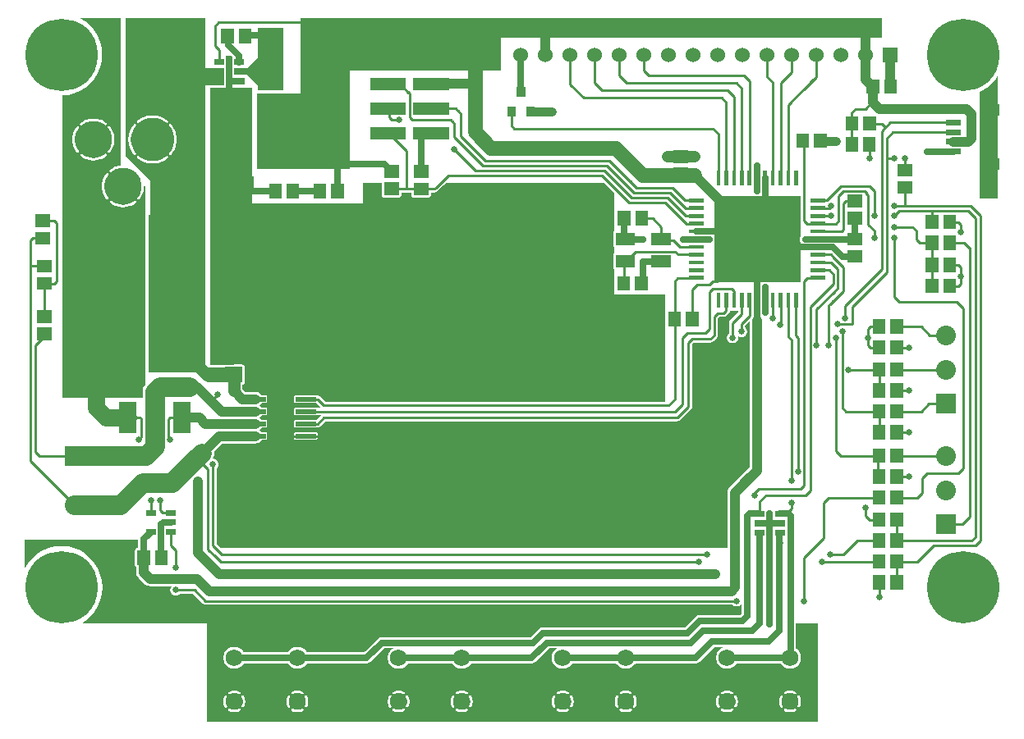
<source format=gbr>
G04 start of page 2 for group 0 idx 0 *
G04 Title: (unknown), component *
G04 Creator: pcb 4.0.2 *
G04 CreationDate: Fri Feb  3 04:42:44 2023 UTC *
G04 For: ndholmes *
G04 Format: Gerber/RS-274X *
G04 PCB-Dimensions (mil): 4000.00 2900.00 *
G04 PCB-Coordinate-Origin: lower left *
%MOIN*%
%FSLAX25Y25*%
%LNTOP*%
%ADD33C,0.0472*%
%ADD32C,0.1100*%
%ADD31C,0.1250*%
%ADD30C,0.0390*%
%ADD29C,0.0480*%
%ADD28C,0.0380*%
%ADD27C,0.1285*%
%ADD26C,0.0120*%
%ADD25C,0.0260*%
%ADD24C,0.1500*%
%ADD23C,0.1750*%
%ADD22C,0.0690*%
%ADD21C,0.2937*%
%ADD20C,0.0450*%
%ADD19C,0.0800*%
%ADD18C,0.0700*%
%ADD17C,0.0350*%
%ADD16C,0.0600*%
%ADD15C,0.0500*%
%ADD14C,0.0100*%
%ADD13C,0.0400*%
%ADD12C,0.0250*%
%ADD11C,0.0001*%
G54D11*G36*
X316472Y23000D02*X324000D01*
Y2000D01*
X316472D01*
Y7717D01*
X316531Y7762D01*
X316586Y7818D01*
X316630Y7884D01*
X316819Y8230D01*
X316972Y8594D01*
X317093Y8970D01*
X317180Y9356D01*
X317232Y9747D01*
X317250Y10142D01*
X317232Y10536D01*
X317180Y10928D01*
X317093Y11313D01*
X316972Y11689D01*
X316819Y12053D01*
X316634Y12402D01*
X316589Y12467D01*
X316534Y12524D01*
X316472Y12571D01*
Y23000D01*
G37*
G36*
X312797D02*X316472D01*
Y12571D01*
X316470Y12572D01*
X316400Y12609D01*
X316325Y12635D01*
X316247Y12649D01*
X316168Y12650D01*
X316090Y12639D01*
X316014Y12616D01*
X315943Y12581D01*
X315878Y12536D01*
X315821Y12481D01*
X315773Y12418D01*
X315736Y12348D01*
X315710Y12273D01*
X315696Y12195D01*
X315695Y12115D01*
X315706Y12037D01*
X315729Y11961D01*
X315765Y11891D01*
X315911Y11622D01*
X316030Y11340D01*
X316124Y11049D01*
X316191Y10751D01*
X316232Y10447D01*
X316245Y10142D01*
X316232Y9836D01*
X316191Y9533D01*
X316124Y9234D01*
X316030Y8943D01*
X315911Y8661D01*
X315768Y8391D01*
X315732Y8321D01*
X315709Y8246D01*
X315698Y8168D01*
X315700Y8089D01*
X315713Y8012D01*
X315739Y7937D01*
X315776Y7868D01*
X315823Y7805D01*
X315880Y7750D01*
X315944Y7705D01*
X316015Y7671D01*
X316090Y7648D01*
X316168Y7637D01*
X316247Y7638D01*
X316325Y7652D01*
X316399Y7677D01*
X316468Y7714D01*
X316472Y7717D01*
Y2000D01*
X312797D01*
Y5687D01*
X313190Y5705D01*
X313581Y5757D01*
X313967Y5844D01*
X314343Y5965D01*
X314707Y6118D01*
X315056Y6304D01*
X315121Y6348D01*
X315178Y6403D01*
X315226Y6467D01*
X315263Y6537D01*
X315289Y6612D01*
X315302Y6690D01*
X315304Y6769D01*
X315293Y6847D01*
X315270Y6923D01*
X315235Y6994D01*
X315189Y7059D01*
X315134Y7116D01*
X315071Y7164D01*
X315001Y7201D01*
X314926Y7227D01*
X314848Y7241D01*
X314769Y7242D01*
X314690Y7231D01*
X314615Y7208D01*
X314544Y7172D01*
X314276Y7026D01*
X313994Y6907D01*
X313703Y6813D01*
X313404Y6746D01*
X313101Y6705D01*
X312797Y6692D01*
Y13592D01*
X313101Y13578D01*
X313404Y13538D01*
X313703Y13470D01*
X313994Y13377D01*
X314276Y13258D01*
X314546Y13115D01*
X314616Y13079D01*
X314691Y13056D01*
X314769Y13045D01*
X314848Y13046D01*
X314925Y13060D01*
X315000Y13085D01*
X315069Y13122D01*
X315132Y13170D01*
X315187Y13226D01*
X315232Y13291D01*
X315266Y13362D01*
X315289Y13437D01*
X315300Y13515D01*
X315299Y13593D01*
X315285Y13671D01*
X315260Y13745D01*
X315223Y13815D01*
X315175Y13878D01*
X315119Y13932D01*
X315053Y13976D01*
X314707Y14165D01*
X314343Y14319D01*
X313967Y14439D01*
X313581Y14526D01*
X313190Y14579D01*
X312797Y14596D01*
Y23000D01*
G37*
G36*
X309118D02*X312797D01*
Y14596D01*
X312795Y14596D01*
X312401Y14579D01*
X312009Y14526D01*
X311624Y14439D01*
X311248Y14319D01*
X310884Y14165D01*
X310535Y13980D01*
X310470Y13935D01*
X310413Y13880D01*
X310365Y13817D01*
X310328Y13747D01*
X310302Y13672D01*
X310288Y13594D01*
X310287Y13515D01*
X310298Y13436D01*
X310321Y13360D01*
X310356Y13289D01*
X310401Y13224D01*
X310456Y13167D01*
X310519Y13120D01*
X310589Y13082D01*
X310664Y13057D01*
X310742Y13043D01*
X310822Y13041D01*
X310900Y13052D01*
X310976Y13076D01*
X311046Y13112D01*
X311315Y13258D01*
X311597Y13377D01*
X311888Y13470D01*
X312186Y13538D01*
X312490Y13578D01*
X312795Y13592D01*
X312797Y13592D01*
Y6692D01*
X312795Y6692D01*
X312490Y6705D01*
X312186Y6746D01*
X311888Y6813D01*
X311597Y6907D01*
X311315Y7026D01*
X311045Y7169D01*
X310975Y7205D01*
X310899Y7228D01*
X310821Y7239D01*
X310743Y7237D01*
X310665Y7224D01*
X310591Y7198D01*
X310521Y7161D01*
X310458Y7114D01*
X310404Y7057D01*
X310359Y6993D01*
X310324Y6922D01*
X310301Y6847D01*
X310290Y6769D01*
X310292Y6690D01*
X310305Y6612D01*
X310331Y6538D01*
X310368Y6469D01*
X310415Y6406D01*
X310472Y6351D01*
X310537Y6307D01*
X310884Y6118D01*
X311248Y5965D01*
X311624Y5844D01*
X312009Y5757D01*
X312401Y5705D01*
X312795Y5687D01*
X312797Y5687D01*
Y2000D01*
X309118D01*
Y7713D01*
X309120Y7711D01*
X309190Y7674D01*
X309265Y7648D01*
X309343Y7635D01*
X309422Y7633D01*
X309501Y7644D01*
X309577Y7667D01*
X309648Y7702D01*
X309713Y7748D01*
X309770Y7803D01*
X309817Y7866D01*
X309855Y7936D01*
X309881Y8011D01*
X309894Y8089D01*
X309896Y8168D01*
X309885Y8247D01*
X309861Y8322D01*
X309825Y8393D01*
X309679Y8661D01*
X309560Y8943D01*
X309467Y9234D01*
X309399Y9533D01*
X309359Y9836D01*
X309345Y10142D01*
X309359Y10447D01*
X309399Y10751D01*
X309467Y11049D01*
X309560Y11340D01*
X309679Y11622D01*
X309822Y11892D01*
X309858Y11962D01*
X309881Y12038D01*
X309892Y12116D01*
X309891Y12194D01*
X309877Y12272D01*
X309852Y12346D01*
X309815Y12416D01*
X309767Y12479D01*
X309711Y12533D01*
X309646Y12578D01*
X309575Y12613D01*
X309500Y12636D01*
X309422Y12647D01*
X309344Y12645D01*
X309266Y12632D01*
X309192Y12606D01*
X309122Y12569D01*
X309118Y12566D01*
Y23000D01*
G37*
G36*
X290882D02*X309118D01*
Y12566D01*
X309059Y12522D01*
X309005Y12465D01*
X308961Y12400D01*
X308772Y12053D01*
X308618Y11689D01*
X308498Y11313D01*
X308411Y10928D01*
X308358Y10536D01*
X308341Y10142D01*
X308358Y9747D01*
X308411Y9356D01*
X308498Y8970D01*
X308618Y8594D01*
X308772Y8230D01*
X308957Y7881D01*
X309002Y7816D01*
X309057Y7759D01*
X309118Y7713D01*
Y2000D01*
X290882D01*
Y7717D01*
X290941Y7762D01*
X290995Y7818D01*
X291039Y7884D01*
X291228Y8230D01*
X291382Y8594D01*
X291502Y8970D01*
X291589Y9356D01*
X291642Y9747D01*
X291659Y10142D01*
X291642Y10536D01*
X291589Y10928D01*
X291502Y11313D01*
X291382Y11689D01*
X291228Y12053D01*
X291043Y12402D01*
X290998Y12467D01*
X290943Y12524D01*
X290882Y12571D01*
Y23000D01*
G37*
G36*
X287206D02*X290882D01*
Y12571D01*
X290880Y12572D01*
X290810Y12609D01*
X290735Y12635D01*
X290657Y12649D01*
X290578Y12650D01*
X290499Y12639D01*
X290423Y12616D01*
X290352Y12581D01*
X290287Y12536D01*
X290230Y12481D01*
X290182Y12418D01*
X290145Y12348D01*
X290119Y12273D01*
X290106Y12195D01*
X290104Y12115D01*
X290115Y12037D01*
X290139Y11961D01*
X290175Y11891D01*
X290321Y11622D01*
X290440Y11340D01*
X290533Y11049D01*
X290601Y10751D01*
X290641Y10447D01*
X290655Y10142D01*
X290641Y9836D01*
X290601Y9533D01*
X290533Y9234D01*
X290440Y8943D01*
X290321Y8661D01*
X290178Y8391D01*
X290142Y8321D01*
X290119Y8246D01*
X290108Y8168D01*
X290109Y8089D01*
X290123Y8012D01*
X290148Y7937D01*
X290185Y7868D01*
X290233Y7805D01*
X290289Y7750D01*
X290354Y7705D01*
X290425Y7671D01*
X290500Y7648D01*
X290578Y7637D01*
X290656Y7638D01*
X290734Y7652D01*
X290808Y7677D01*
X290878Y7714D01*
X290882Y7717D01*
Y2000D01*
X287206D01*
Y5687D01*
X287599Y5705D01*
X287991Y5757D01*
X288376Y5844D01*
X288752Y5965D01*
X289116Y6118D01*
X289465Y6304D01*
X289530Y6348D01*
X289587Y6403D01*
X289635Y6467D01*
X289672Y6537D01*
X289698Y6612D01*
X289712Y6690D01*
X289713Y6769D01*
X289702Y6847D01*
X289679Y6923D01*
X289644Y6994D01*
X289599Y7059D01*
X289544Y7116D01*
X289481Y7164D01*
X289411Y7201D01*
X289336Y7227D01*
X289258Y7241D01*
X289178Y7242D01*
X289100Y7231D01*
X289024Y7208D01*
X288954Y7172D01*
X288685Y7026D01*
X288403Y6907D01*
X288112Y6813D01*
X287814Y6746D01*
X287510Y6705D01*
X287206Y6692D01*
Y13592D01*
X287510Y13578D01*
X287814Y13538D01*
X288112Y13470D01*
X288403Y13377D01*
X288685Y13258D01*
X288955Y13115D01*
X289025Y13079D01*
X289101Y13056D01*
X289179Y13045D01*
X289257Y13046D01*
X289335Y13060D01*
X289409Y13085D01*
X289479Y13122D01*
X289542Y13170D01*
X289596Y13226D01*
X289641Y13291D01*
X289676Y13362D01*
X289699Y13437D01*
X289710Y13515D01*
X289708Y13593D01*
X289695Y13671D01*
X289669Y13745D01*
X289632Y13815D01*
X289585Y13878D01*
X289528Y13932D01*
X289463Y13976D01*
X289116Y14165D01*
X288752Y14319D01*
X288376Y14439D01*
X287991Y14526D01*
X287599Y14579D01*
X287206Y14596D01*
Y23000D01*
G37*
G36*
X283528D02*X287206D01*
Y14596D01*
X287205Y14596D01*
X286810Y14579D01*
X286419Y14526D01*
X286033Y14439D01*
X285657Y14319D01*
X285293Y14165D01*
X284944Y13980D01*
X284879Y13935D01*
X284822Y13880D01*
X284774Y13817D01*
X284737Y13747D01*
X284711Y13672D01*
X284698Y13594D01*
X284696Y13515D01*
X284707Y13436D01*
X284730Y13360D01*
X284765Y13289D01*
X284811Y13224D01*
X284866Y13167D01*
X284929Y13120D01*
X284999Y13082D01*
X285074Y13057D01*
X285152Y13043D01*
X285231Y13041D01*
X285310Y13052D01*
X285385Y13076D01*
X285456Y13112D01*
X285724Y13258D01*
X286006Y13377D01*
X286297Y13470D01*
X286596Y13538D01*
X286899Y13578D01*
X287205Y13592D01*
X287206Y13592D01*
Y6692D01*
X287205Y6692D01*
X286899Y6705D01*
X286596Y6746D01*
X286297Y6813D01*
X286006Y6907D01*
X285724Y7026D01*
X285454Y7169D01*
X285384Y7205D01*
X285309Y7228D01*
X285231Y7239D01*
X285152Y7237D01*
X285075Y7224D01*
X285000Y7198D01*
X284931Y7161D01*
X284868Y7114D01*
X284813Y7057D01*
X284768Y6993D01*
X284734Y6922D01*
X284711Y6847D01*
X284700Y6769D01*
X284701Y6690D01*
X284715Y6612D01*
X284740Y6538D01*
X284777Y6469D01*
X284825Y6406D01*
X284881Y6351D01*
X284947Y6307D01*
X285293Y6118D01*
X285657Y5965D01*
X286033Y5844D01*
X286419Y5757D01*
X286810Y5705D01*
X287205Y5687D01*
X287206Y5687D01*
Y2000D01*
X283528D01*
Y7713D01*
X283530Y7711D01*
X283600Y7674D01*
X283675Y7648D01*
X283753Y7635D01*
X283832Y7633D01*
X283910Y7644D01*
X283986Y7667D01*
X284057Y7702D01*
X284122Y7748D01*
X284179Y7803D01*
X284227Y7866D01*
X284264Y7936D01*
X284290Y8011D01*
X284304Y8089D01*
X284305Y8168D01*
X284294Y8247D01*
X284271Y8322D01*
X284235Y8393D01*
X284089Y8661D01*
X283970Y8943D01*
X283876Y9234D01*
X283809Y9533D01*
X283768Y9836D01*
X283755Y10142D01*
X283768Y10447D01*
X283809Y10751D01*
X283876Y11049D01*
X283970Y11340D01*
X284089Y11622D01*
X284232Y11892D01*
X284268Y11962D01*
X284291Y12038D01*
X284302Y12116D01*
X284300Y12194D01*
X284287Y12272D01*
X284261Y12346D01*
X284224Y12416D01*
X284177Y12479D01*
X284120Y12533D01*
X284056Y12578D01*
X283985Y12613D01*
X283910Y12636D01*
X283832Y12647D01*
X283753Y12645D01*
X283675Y12632D01*
X283601Y12606D01*
X283532Y12569D01*
X283528Y12566D01*
Y23000D01*
G37*
G36*
X249772D02*X283528D01*
Y12566D01*
X283469Y12522D01*
X283414Y12465D01*
X283370Y12400D01*
X283181Y12053D01*
X283028Y11689D01*
X282907Y11313D01*
X282820Y10928D01*
X282768Y10536D01*
X282750Y10142D01*
X282768Y9747D01*
X282820Y9356D01*
X282907Y8970D01*
X283028Y8594D01*
X283181Y8230D01*
X283366Y7881D01*
X283411Y7816D01*
X283466Y7759D01*
X283528Y7713D01*
Y2000D01*
X249772D01*
Y7717D01*
X249831Y7762D01*
X249886Y7818D01*
X249930Y7884D01*
X250119Y8230D01*
X250272Y8594D01*
X250393Y8970D01*
X250480Y9356D01*
X250532Y9747D01*
X250550Y10142D01*
X250532Y10536D01*
X250480Y10928D01*
X250393Y11313D01*
X250272Y11689D01*
X250119Y12053D01*
X249934Y12402D01*
X249889Y12467D01*
X249834Y12524D01*
X249772Y12571D01*
Y23000D01*
G37*
G36*
X246097D02*X249772D01*
Y12571D01*
X249770Y12572D01*
X249700Y12609D01*
X249625Y12635D01*
X249547Y12649D01*
X249468Y12650D01*
X249390Y12639D01*
X249314Y12616D01*
X249243Y12581D01*
X249178Y12536D01*
X249121Y12481D01*
X249073Y12418D01*
X249036Y12348D01*
X249010Y12273D01*
X248996Y12195D01*
X248995Y12115D01*
X249006Y12037D01*
X249029Y11961D01*
X249065Y11891D01*
X249211Y11622D01*
X249330Y11340D01*
X249424Y11049D01*
X249491Y10751D01*
X249532Y10447D01*
X249545Y10142D01*
X249532Y9836D01*
X249491Y9533D01*
X249424Y9234D01*
X249330Y8943D01*
X249211Y8661D01*
X249068Y8391D01*
X249032Y8321D01*
X249009Y8246D01*
X248998Y8168D01*
X249000Y8089D01*
X249013Y8012D01*
X249039Y7937D01*
X249076Y7868D01*
X249123Y7805D01*
X249180Y7750D01*
X249244Y7705D01*
X249315Y7671D01*
X249390Y7648D01*
X249468Y7637D01*
X249547Y7638D01*
X249625Y7652D01*
X249699Y7677D01*
X249768Y7714D01*
X249772Y7717D01*
Y2000D01*
X246097D01*
Y5687D01*
X246490Y5705D01*
X246881Y5757D01*
X247267Y5844D01*
X247643Y5965D01*
X248007Y6118D01*
X248356Y6304D01*
X248421Y6348D01*
X248478Y6403D01*
X248526Y6467D01*
X248563Y6537D01*
X248589Y6612D01*
X248602Y6690D01*
X248604Y6769D01*
X248593Y6847D01*
X248570Y6923D01*
X248535Y6994D01*
X248489Y7059D01*
X248434Y7116D01*
X248371Y7164D01*
X248301Y7201D01*
X248226Y7227D01*
X248148Y7241D01*
X248069Y7242D01*
X247990Y7231D01*
X247915Y7208D01*
X247844Y7172D01*
X247576Y7026D01*
X247294Y6907D01*
X247003Y6813D01*
X246704Y6746D01*
X246401Y6705D01*
X246097Y6692D01*
Y13592D01*
X246401Y13578D01*
X246704Y13538D01*
X247003Y13470D01*
X247294Y13377D01*
X247576Y13258D01*
X247846Y13115D01*
X247916Y13079D01*
X247991Y13056D01*
X248069Y13045D01*
X248148Y13046D01*
X248225Y13060D01*
X248300Y13085D01*
X248369Y13122D01*
X248432Y13170D01*
X248487Y13226D01*
X248532Y13291D01*
X248566Y13362D01*
X248589Y13437D01*
X248600Y13515D01*
X248599Y13593D01*
X248585Y13671D01*
X248560Y13745D01*
X248523Y13815D01*
X248475Y13878D01*
X248419Y13932D01*
X248353Y13976D01*
X248007Y14165D01*
X247643Y14319D01*
X247267Y14439D01*
X246881Y14526D01*
X246490Y14579D01*
X246097Y14596D01*
Y23000D01*
G37*
G36*
X242418D02*X246097D01*
Y14596D01*
X246095Y14596D01*
X245701Y14579D01*
X245309Y14526D01*
X244924Y14439D01*
X244548Y14319D01*
X244184Y14165D01*
X243835Y13980D01*
X243770Y13935D01*
X243713Y13880D01*
X243665Y13817D01*
X243628Y13747D01*
X243602Y13672D01*
X243588Y13594D01*
X243587Y13515D01*
X243598Y13436D01*
X243621Y13360D01*
X243656Y13289D01*
X243701Y13224D01*
X243756Y13167D01*
X243819Y13120D01*
X243889Y13082D01*
X243964Y13057D01*
X244042Y13043D01*
X244122Y13041D01*
X244200Y13052D01*
X244276Y13076D01*
X244346Y13112D01*
X244615Y13258D01*
X244897Y13377D01*
X245188Y13470D01*
X245486Y13538D01*
X245790Y13578D01*
X246095Y13592D01*
X246097Y13592D01*
Y6692D01*
X246095Y6692D01*
X245790Y6705D01*
X245486Y6746D01*
X245188Y6813D01*
X244897Y6907D01*
X244615Y7026D01*
X244345Y7169D01*
X244275Y7205D01*
X244199Y7228D01*
X244121Y7239D01*
X244043Y7237D01*
X243965Y7224D01*
X243891Y7198D01*
X243821Y7161D01*
X243758Y7114D01*
X243704Y7057D01*
X243659Y6993D01*
X243624Y6922D01*
X243601Y6847D01*
X243590Y6769D01*
X243592Y6690D01*
X243605Y6612D01*
X243631Y6538D01*
X243668Y6469D01*
X243715Y6406D01*
X243772Y6351D01*
X243837Y6307D01*
X244184Y6118D01*
X244548Y5965D01*
X244924Y5844D01*
X245309Y5757D01*
X245701Y5705D01*
X246095Y5687D01*
X246097Y5687D01*
Y2000D01*
X242418D01*
Y7713D01*
X242420Y7711D01*
X242490Y7674D01*
X242565Y7648D01*
X242643Y7635D01*
X242722Y7633D01*
X242801Y7644D01*
X242877Y7667D01*
X242948Y7702D01*
X243013Y7748D01*
X243070Y7803D01*
X243117Y7866D01*
X243155Y7936D01*
X243181Y8011D01*
X243194Y8089D01*
X243196Y8168D01*
X243185Y8247D01*
X243161Y8322D01*
X243125Y8393D01*
X242979Y8661D01*
X242860Y8943D01*
X242767Y9234D01*
X242699Y9533D01*
X242659Y9836D01*
X242645Y10142D01*
X242659Y10447D01*
X242699Y10751D01*
X242767Y11049D01*
X242860Y11340D01*
X242979Y11622D01*
X243122Y11892D01*
X243158Y11962D01*
X243181Y12038D01*
X243192Y12116D01*
X243191Y12194D01*
X243177Y12272D01*
X243152Y12346D01*
X243115Y12416D01*
X243067Y12479D01*
X243011Y12533D01*
X242946Y12578D01*
X242875Y12613D01*
X242800Y12636D01*
X242722Y12647D01*
X242644Y12645D01*
X242566Y12632D01*
X242492Y12606D01*
X242422Y12569D01*
X242418Y12566D01*
Y23000D01*
G37*
G36*
X224182D02*X242418D01*
Y12566D01*
X242359Y12522D01*
X242305Y12465D01*
X242261Y12400D01*
X242072Y12053D01*
X241918Y11689D01*
X241798Y11313D01*
X241711Y10928D01*
X241658Y10536D01*
X241641Y10142D01*
X241658Y9747D01*
X241711Y9356D01*
X241798Y8970D01*
X241918Y8594D01*
X242072Y8230D01*
X242257Y7881D01*
X242302Y7816D01*
X242357Y7759D01*
X242418Y7713D01*
Y2000D01*
X224182D01*
Y7717D01*
X224241Y7762D01*
X224295Y7818D01*
X224339Y7884D01*
X224528Y8230D01*
X224682Y8594D01*
X224802Y8970D01*
X224889Y9356D01*
X224942Y9747D01*
X224959Y10142D01*
X224942Y10536D01*
X224889Y10928D01*
X224802Y11313D01*
X224682Y11689D01*
X224528Y12053D01*
X224343Y12402D01*
X224298Y12467D01*
X224243Y12524D01*
X224182Y12571D01*
Y23000D01*
G37*
G36*
X220506D02*X224182D01*
Y12571D01*
X224180Y12572D01*
X224110Y12609D01*
X224035Y12635D01*
X223957Y12649D01*
X223878Y12650D01*
X223799Y12639D01*
X223723Y12616D01*
X223652Y12581D01*
X223587Y12536D01*
X223530Y12481D01*
X223482Y12418D01*
X223445Y12348D01*
X223419Y12273D01*
X223406Y12195D01*
X223404Y12115D01*
X223415Y12037D01*
X223439Y11961D01*
X223475Y11891D01*
X223621Y11622D01*
X223740Y11340D01*
X223833Y11049D01*
X223901Y10751D01*
X223941Y10447D01*
X223955Y10142D01*
X223941Y9836D01*
X223901Y9533D01*
X223833Y9234D01*
X223740Y8943D01*
X223621Y8661D01*
X223478Y8391D01*
X223442Y8321D01*
X223419Y8246D01*
X223408Y8168D01*
X223409Y8089D01*
X223423Y8012D01*
X223448Y7937D01*
X223485Y7868D01*
X223533Y7805D01*
X223589Y7750D01*
X223654Y7705D01*
X223725Y7671D01*
X223800Y7648D01*
X223878Y7637D01*
X223956Y7638D01*
X224034Y7652D01*
X224108Y7677D01*
X224178Y7714D01*
X224182Y7717D01*
Y2000D01*
X220506D01*
Y5687D01*
X220899Y5705D01*
X221291Y5757D01*
X221676Y5844D01*
X222052Y5965D01*
X222416Y6118D01*
X222765Y6304D01*
X222830Y6348D01*
X222887Y6403D01*
X222935Y6467D01*
X222972Y6537D01*
X222998Y6612D01*
X223012Y6690D01*
X223013Y6769D01*
X223002Y6847D01*
X222979Y6923D01*
X222944Y6994D01*
X222899Y7059D01*
X222844Y7116D01*
X222781Y7164D01*
X222711Y7201D01*
X222636Y7227D01*
X222558Y7241D01*
X222478Y7242D01*
X222400Y7231D01*
X222324Y7208D01*
X222254Y7172D01*
X221985Y7026D01*
X221703Y6907D01*
X221412Y6813D01*
X221114Y6746D01*
X220810Y6705D01*
X220506Y6692D01*
Y13592D01*
X220810Y13578D01*
X221114Y13538D01*
X221412Y13470D01*
X221703Y13377D01*
X221985Y13258D01*
X222255Y13115D01*
X222325Y13079D01*
X222401Y13056D01*
X222479Y13045D01*
X222557Y13046D01*
X222635Y13060D01*
X222709Y13085D01*
X222779Y13122D01*
X222842Y13170D01*
X222896Y13226D01*
X222941Y13291D01*
X222976Y13362D01*
X222999Y13437D01*
X223010Y13515D01*
X223008Y13593D01*
X222995Y13671D01*
X222969Y13745D01*
X222932Y13815D01*
X222885Y13878D01*
X222828Y13932D01*
X222763Y13976D01*
X222416Y14165D01*
X222052Y14319D01*
X221676Y14439D01*
X221291Y14526D01*
X220899Y14579D01*
X220506Y14596D01*
Y23000D01*
G37*
G36*
X216828D02*X220506D01*
Y14596D01*
X220505Y14596D01*
X220110Y14579D01*
X219719Y14526D01*
X219333Y14439D01*
X218957Y14319D01*
X218593Y14165D01*
X218244Y13980D01*
X218179Y13935D01*
X218122Y13880D01*
X218074Y13817D01*
X218037Y13747D01*
X218011Y13672D01*
X217998Y13594D01*
X217996Y13515D01*
X218007Y13436D01*
X218030Y13360D01*
X218065Y13289D01*
X218111Y13224D01*
X218166Y13167D01*
X218229Y13120D01*
X218299Y13082D01*
X218374Y13057D01*
X218452Y13043D01*
X218531Y13041D01*
X218609Y13052D01*
X218685Y13076D01*
X218756Y13112D01*
X219024Y13258D01*
X219306Y13377D01*
X219597Y13470D01*
X219896Y13538D01*
X220199Y13578D01*
X220505Y13592D01*
X220506Y13592D01*
Y6692D01*
X220505Y6692D01*
X220199Y6705D01*
X219896Y6746D01*
X219597Y6813D01*
X219306Y6907D01*
X219024Y7026D01*
X218754Y7169D01*
X218684Y7205D01*
X218609Y7228D01*
X218531Y7239D01*
X218452Y7237D01*
X218375Y7224D01*
X218300Y7198D01*
X218231Y7161D01*
X218168Y7114D01*
X218113Y7057D01*
X218068Y6993D01*
X218034Y6922D01*
X218011Y6847D01*
X218000Y6769D01*
X218001Y6690D01*
X218015Y6612D01*
X218040Y6538D01*
X218077Y6469D01*
X218125Y6406D01*
X218181Y6351D01*
X218247Y6307D01*
X218593Y6118D01*
X218957Y5965D01*
X219333Y5844D01*
X219719Y5757D01*
X220110Y5705D01*
X220505Y5687D01*
X220506Y5687D01*
Y2000D01*
X216828D01*
Y7713D01*
X216830Y7711D01*
X216900Y7674D01*
X216975Y7648D01*
X217053Y7635D01*
X217132Y7633D01*
X217210Y7644D01*
X217286Y7667D01*
X217357Y7702D01*
X217422Y7748D01*
X217479Y7803D01*
X217527Y7866D01*
X217564Y7936D01*
X217590Y8011D01*
X217604Y8089D01*
X217605Y8168D01*
X217594Y8247D01*
X217571Y8322D01*
X217535Y8393D01*
X217389Y8661D01*
X217270Y8943D01*
X217176Y9234D01*
X217109Y9533D01*
X217068Y9836D01*
X217055Y10142D01*
X217068Y10447D01*
X217109Y10751D01*
X217176Y11049D01*
X217270Y11340D01*
X217389Y11622D01*
X217532Y11892D01*
X217568Y11962D01*
X217591Y12038D01*
X217602Y12116D01*
X217600Y12194D01*
X217587Y12272D01*
X217561Y12346D01*
X217524Y12416D01*
X217477Y12479D01*
X217420Y12533D01*
X217356Y12578D01*
X217285Y12613D01*
X217210Y12636D01*
X217132Y12647D01*
X217053Y12645D01*
X216975Y12632D01*
X216901Y12606D01*
X216832Y12569D01*
X216828Y12566D01*
Y23000D01*
G37*
G36*
X183172D02*X216828D01*
Y12566D01*
X216769Y12522D01*
X216714Y12465D01*
X216670Y12400D01*
X216481Y12053D01*
X216328Y11689D01*
X216207Y11313D01*
X216120Y10928D01*
X216068Y10536D01*
X216050Y10142D01*
X216068Y9747D01*
X216120Y9356D01*
X216207Y8970D01*
X216328Y8594D01*
X216481Y8230D01*
X216666Y7881D01*
X216711Y7816D01*
X216766Y7759D01*
X216828Y7713D01*
Y2000D01*
X183172D01*
Y7717D01*
X183231Y7762D01*
X183286Y7818D01*
X183330Y7884D01*
X183519Y8230D01*
X183672Y8594D01*
X183793Y8970D01*
X183880Y9356D01*
X183932Y9747D01*
X183950Y10142D01*
X183932Y10536D01*
X183880Y10928D01*
X183793Y11313D01*
X183672Y11689D01*
X183519Y12053D01*
X183334Y12402D01*
X183289Y12467D01*
X183234Y12524D01*
X183172Y12571D01*
Y23000D01*
G37*
G36*
X179497D02*X183172D01*
Y12571D01*
X183170Y12572D01*
X183100Y12609D01*
X183025Y12635D01*
X182947Y12649D01*
X182868Y12650D01*
X182790Y12639D01*
X182714Y12616D01*
X182643Y12581D01*
X182578Y12536D01*
X182521Y12481D01*
X182473Y12418D01*
X182436Y12348D01*
X182410Y12273D01*
X182396Y12195D01*
X182395Y12115D01*
X182406Y12037D01*
X182429Y11961D01*
X182465Y11891D01*
X182611Y11622D01*
X182730Y11340D01*
X182824Y11049D01*
X182891Y10751D01*
X182932Y10447D01*
X182945Y10142D01*
X182932Y9836D01*
X182891Y9533D01*
X182824Y9234D01*
X182730Y8943D01*
X182611Y8661D01*
X182468Y8391D01*
X182432Y8321D01*
X182409Y8246D01*
X182398Y8168D01*
X182400Y8089D01*
X182413Y8012D01*
X182439Y7937D01*
X182476Y7868D01*
X182523Y7805D01*
X182580Y7750D01*
X182644Y7705D01*
X182715Y7671D01*
X182790Y7648D01*
X182868Y7637D01*
X182947Y7638D01*
X183025Y7652D01*
X183099Y7677D01*
X183168Y7714D01*
X183172Y7717D01*
Y2000D01*
X179497D01*
Y5687D01*
X179890Y5705D01*
X180281Y5757D01*
X180667Y5844D01*
X181043Y5965D01*
X181407Y6118D01*
X181756Y6304D01*
X181821Y6348D01*
X181878Y6403D01*
X181926Y6467D01*
X181963Y6537D01*
X181989Y6612D01*
X182002Y6690D01*
X182004Y6769D01*
X181993Y6847D01*
X181970Y6923D01*
X181935Y6994D01*
X181889Y7059D01*
X181834Y7116D01*
X181771Y7164D01*
X181701Y7201D01*
X181626Y7227D01*
X181548Y7241D01*
X181469Y7242D01*
X181390Y7231D01*
X181315Y7208D01*
X181244Y7172D01*
X180976Y7026D01*
X180694Y6907D01*
X180403Y6813D01*
X180104Y6746D01*
X179801Y6705D01*
X179497Y6692D01*
Y13592D01*
X179801Y13578D01*
X180104Y13538D01*
X180403Y13470D01*
X180694Y13377D01*
X180976Y13258D01*
X181246Y13115D01*
X181316Y13079D01*
X181391Y13056D01*
X181469Y13045D01*
X181548Y13046D01*
X181625Y13060D01*
X181700Y13085D01*
X181769Y13122D01*
X181832Y13170D01*
X181887Y13226D01*
X181932Y13291D01*
X181966Y13362D01*
X181989Y13437D01*
X182000Y13515D01*
X181999Y13593D01*
X181985Y13671D01*
X181960Y13745D01*
X181923Y13815D01*
X181875Y13878D01*
X181819Y13932D01*
X181753Y13976D01*
X181407Y14165D01*
X181043Y14319D01*
X180667Y14439D01*
X180281Y14526D01*
X179890Y14579D01*
X179497Y14596D01*
Y23000D01*
G37*
G36*
X175818D02*X179497D01*
Y14596D01*
X179495Y14596D01*
X179101Y14579D01*
X178709Y14526D01*
X178324Y14439D01*
X177948Y14319D01*
X177584Y14165D01*
X177235Y13980D01*
X177170Y13935D01*
X177113Y13880D01*
X177065Y13817D01*
X177028Y13747D01*
X177002Y13672D01*
X176988Y13594D01*
X176987Y13515D01*
X176998Y13436D01*
X177021Y13360D01*
X177056Y13289D01*
X177101Y13224D01*
X177156Y13167D01*
X177219Y13120D01*
X177289Y13082D01*
X177364Y13057D01*
X177442Y13043D01*
X177522Y13041D01*
X177600Y13052D01*
X177676Y13076D01*
X177746Y13112D01*
X178015Y13258D01*
X178297Y13377D01*
X178588Y13470D01*
X178886Y13538D01*
X179190Y13578D01*
X179495Y13592D01*
X179497Y13592D01*
Y6692D01*
X179495Y6692D01*
X179190Y6705D01*
X178886Y6746D01*
X178588Y6813D01*
X178297Y6907D01*
X178015Y7026D01*
X177745Y7169D01*
X177675Y7205D01*
X177599Y7228D01*
X177521Y7239D01*
X177443Y7237D01*
X177365Y7224D01*
X177291Y7198D01*
X177221Y7161D01*
X177158Y7114D01*
X177104Y7057D01*
X177059Y6993D01*
X177024Y6922D01*
X177001Y6847D01*
X176990Y6769D01*
X176992Y6690D01*
X177005Y6612D01*
X177031Y6538D01*
X177068Y6469D01*
X177115Y6406D01*
X177172Y6351D01*
X177237Y6307D01*
X177584Y6118D01*
X177948Y5965D01*
X178324Y5844D01*
X178709Y5757D01*
X179101Y5705D01*
X179495Y5687D01*
X179497Y5687D01*
Y2000D01*
X175818D01*
Y7713D01*
X175820Y7711D01*
X175890Y7674D01*
X175965Y7648D01*
X176043Y7635D01*
X176122Y7633D01*
X176201Y7644D01*
X176277Y7667D01*
X176348Y7702D01*
X176413Y7748D01*
X176470Y7803D01*
X176517Y7866D01*
X176555Y7936D01*
X176581Y8011D01*
X176594Y8089D01*
X176596Y8168D01*
X176585Y8247D01*
X176561Y8322D01*
X176525Y8393D01*
X176379Y8661D01*
X176260Y8943D01*
X176167Y9234D01*
X176099Y9533D01*
X176059Y9836D01*
X176045Y10142D01*
X176059Y10447D01*
X176099Y10751D01*
X176167Y11049D01*
X176260Y11340D01*
X176379Y11622D01*
X176522Y11892D01*
X176558Y11962D01*
X176581Y12038D01*
X176592Y12116D01*
X176591Y12194D01*
X176577Y12272D01*
X176552Y12346D01*
X176515Y12416D01*
X176467Y12479D01*
X176411Y12533D01*
X176346Y12578D01*
X176275Y12613D01*
X176200Y12636D01*
X176122Y12647D01*
X176044Y12645D01*
X175966Y12632D01*
X175892Y12606D01*
X175822Y12569D01*
X175818Y12566D01*
Y23000D01*
G37*
G36*
X157582D02*X175818D01*
Y12566D01*
X175759Y12522D01*
X175705Y12465D01*
X175661Y12400D01*
X175472Y12053D01*
X175318Y11689D01*
X175198Y11313D01*
X175111Y10928D01*
X175058Y10536D01*
X175041Y10142D01*
X175058Y9747D01*
X175111Y9356D01*
X175198Y8970D01*
X175318Y8594D01*
X175472Y8230D01*
X175657Y7881D01*
X175702Y7816D01*
X175757Y7759D01*
X175818Y7713D01*
Y2000D01*
X157582D01*
Y7717D01*
X157641Y7762D01*
X157695Y7818D01*
X157739Y7884D01*
X157928Y8230D01*
X158082Y8594D01*
X158202Y8970D01*
X158289Y9356D01*
X158342Y9747D01*
X158359Y10142D01*
X158342Y10536D01*
X158289Y10928D01*
X158202Y11313D01*
X158082Y11689D01*
X157928Y12053D01*
X157743Y12402D01*
X157698Y12467D01*
X157643Y12524D01*
X157582Y12571D01*
Y23000D01*
G37*
G36*
X153906D02*X157582D01*
Y12571D01*
X157580Y12572D01*
X157510Y12609D01*
X157435Y12635D01*
X157357Y12649D01*
X157278Y12650D01*
X157199Y12639D01*
X157123Y12616D01*
X157052Y12581D01*
X156987Y12536D01*
X156930Y12481D01*
X156882Y12418D01*
X156845Y12348D01*
X156819Y12273D01*
X156806Y12195D01*
X156804Y12115D01*
X156815Y12037D01*
X156839Y11961D01*
X156875Y11891D01*
X157021Y11622D01*
X157140Y11340D01*
X157233Y11049D01*
X157301Y10751D01*
X157341Y10447D01*
X157355Y10142D01*
X157341Y9836D01*
X157301Y9533D01*
X157233Y9234D01*
X157140Y8943D01*
X157021Y8661D01*
X156878Y8391D01*
X156842Y8321D01*
X156819Y8246D01*
X156808Y8168D01*
X156809Y8089D01*
X156823Y8012D01*
X156848Y7937D01*
X156885Y7868D01*
X156933Y7805D01*
X156989Y7750D01*
X157054Y7705D01*
X157125Y7671D01*
X157200Y7648D01*
X157278Y7637D01*
X157356Y7638D01*
X157434Y7652D01*
X157508Y7677D01*
X157578Y7714D01*
X157582Y7717D01*
Y2000D01*
X153906D01*
Y5687D01*
X154299Y5705D01*
X154691Y5757D01*
X155076Y5844D01*
X155452Y5965D01*
X155816Y6118D01*
X156165Y6304D01*
X156230Y6348D01*
X156287Y6403D01*
X156335Y6467D01*
X156372Y6537D01*
X156398Y6612D01*
X156412Y6690D01*
X156413Y6769D01*
X156402Y6847D01*
X156379Y6923D01*
X156344Y6994D01*
X156299Y7059D01*
X156244Y7116D01*
X156181Y7164D01*
X156111Y7201D01*
X156036Y7227D01*
X155958Y7241D01*
X155878Y7242D01*
X155800Y7231D01*
X155724Y7208D01*
X155654Y7172D01*
X155385Y7026D01*
X155103Y6907D01*
X154812Y6813D01*
X154514Y6746D01*
X154210Y6705D01*
X153906Y6692D01*
Y13592D01*
X154210Y13578D01*
X154514Y13538D01*
X154812Y13470D01*
X155103Y13377D01*
X155385Y13258D01*
X155655Y13115D01*
X155725Y13079D01*
X155801Y13056D01*
X155879Y13045D01*
X155957Y13046D01*
X156035Y13060D01*
X156109Y13085D01*
X156179Y13122D01*
X156242Y13170D01*
X156296Y13226D01*
X156341Y13291D01*
X156376Y13362D01*
X156399Y13437D01*
X156410Y13515D01*
X156408Y13593D01*
X156395Y13671D01*
X156369Y13745D01*
X156332Y13815D01*
X156285Y13878D01*
X156228Y13932D01*
X156163Y13976D01*
X155816Y14165D01*
X155452Y14319D01*
X155076Y14439D01*
X154691Y14526D01*
X154299Y14579D01*
X153906Y14596D01*
Y23000D01*
G37*
G36*
X150228D02*X153906D01*
Y14596D01*
X153905Y14596D01*
X153510Y14579D01*
X153119Y14526D01*
X152733Y14439D01*
X152357Y14319D01*
X151993Y14165D01*
X151644Y13980D01*
X151579Y13935D01*
X151522Y13880D01*
X151474Y13817D01*
X151437Y13747D01*
X151411Y13672D01*
X151398Y13594D01*
X151396Y13515D01*
X151407Y13436D01*
X151430Y13360D01*
X151465Y13289D01*
X151511Y13224D01*
X151566Y13167D01*
X151629Y13120D01*
X151699Y13082D01*
X151774Y13057D01*
X151852Y13043D01*
X151931Y13041D01*
X152010Y13052D01*
X152085Y13076D01*
X152156Y13112D01*
X152424Y13258D01*
X152706Y13377D01*
X152997Y13470D01*
X153296Y13538D01*
X153599Y13578D01*
X153905Y13592D01*
X153906Y13592D01*
Y6692D01*
X153905Y6692D01*
X153599Y6705D01*
X153296Y6746D01*
X152997Y6813D01*
X152706Y6907D01*
X152424Y7026D01*
X152154Y7169D01*
X152084Y7205D01*
X152009Y7228D01*
X151931Y7239D01*
X151852Y7237D01*
X151775Y7224D01*
X151700Y7198D01*
X151631Y7161D01*
X151568Y7114D01*
X151513Y7057D01*
X151468Y6993D01*
X151434Y6922D01*
X151411Y6847D01*
X151400Y6769D01*
X151401Y6690D01*
X151415Y6612D01*
X151440Y6538D01*
X151477Y6469D01*
X151525Y6406D01*
X151581Y6351D01*
X151647Y6307D01*
X151993Y6118D01*
X152357Y5965D01*
X152733Y5844D01*
X153119Y5757D01*
X153510Y5705D01*
X153905Y5687D01*
X153906Y5687D01*
Y2000D01*
X150228D01*
Y7713D01*
X150230Y7711D01*
X150300Y7674D01*
X150375Y7648D01*
X150453Y7635D01*
X150532Y7633D01*
X150610Y7644D01*
X150686Y7667D01*
X150757Y7702D01*
X150822Y7748D01*
X150879Y7803D01*
X150927Y7866D01*
X150964Y7936D01*
X150990Y8011D01*
X151004Y8089D01*
X151005Y8168D01*
X150994Y8247D01*
X150971Y8322D01*
X150935Y8393D01*
X150789Y8661D01*
X150670Y8943D01*
X150576Y9234D01*
X150509Y9533D01*
X150468Y9836D01*
X150455Y10142D01*
X150468Y10447D01*
X150509Y10751D01*
X150576Y11049D01*
X150670Y11340D01*
X150789Y11622D01*
X150932Y11892D01*
X150968Y11962D01*
X150991Y12038D01*
X151002Y12116D01*
X151000Y12194D01*
X150987Y12272D01*
X150961Y12346D01*
X150924Y12416D01*
X150877Y12479D01*
X150820Y12533D01*
X150756Y12578D01*
X150685Y12613D01*
X150610Y12636D01*
X150532Y12647D01*
X150453Y12645D01*
X150375Y12632D01*
X150301Y12606D01*
X150232Y12569D01*
X150228Y12566D01*
Y23000D01*
G37*
G36*
X116472D02*X150228D01*
Y12566D01*
X150169Y12522D01*
X150114Y12465D01*
X150070Y12400D01*
X149881Y12053D01*
X149728Y11689D01*
X149607Y11313D01*
X149520Y10928D01*
X149468Y10536D01*
X149450Y10142D01*
X149468Y9747D01*
X149520Y9356D01*
X149607Y8970D01*
X149728Y8594D01*
X149881Y8230D01*
X150066Y7881D01*
X150111Y7816D01*
X150166Y7759D01*
X150228Y7713D01*
Y2000D01*
X116472D01*
Y7717D01*
X116531Y7762D01*
X116586Y7818D01*
X116630Y7884D01*
X116819Y8230D01*
X116972Y8594D01*
X117093Y8970D01*
X117180Y9356D01*
X117232Y9747D01*
X117250Y10142D01*
X117232Y10536D01*
X117180Y10928D01*
X117093Y11313D01*
X116972Y11689D01*
X116819Y12053D01*
X116634Y12402D01*
X116589Y12467D01*
X116534Y12524D01*
X116472Y12571D01*
Y23000D01*
G37*
G36*
X112797D02*X116472D01*
Y12571D01*
X116470Y12572D01*
X116400Y12609D01*
X116325Y12635D01*
X116247Y12649D01*
X116168Y12650D01*
X116090Y12639D01*
X116014Y12616D01*
X115943Y12581D01*
X115878Y12536D01*
X115821Y12481D01*
X115773Y12418D01*
X115736Y12348D01*
X115710Y12273D01*
X115696Y12195D01*
X115695Y12115D01*
X115706Y12037D01*
X115729Y11961D01*
X115765Y11891D01*
X115911Y11622D01*
X116030Y11340D01*
X116124Y11049D01*
X116191Y10751D01*
X116232Y10447D01*
X116245Y10142D01*
X116232Y9836D01*
X116191Y9533D01*
X116124Y9234D01*
X116030Y8943D01*
X115911Y8661D01*
X115768Y8391D01*
X115732Y8321D01*
X115709Y8246D01*
X115698Y8168D01*
X115700Y8089D01*
X115713Y8012D01*
X115739Y7937D01*
X115776Y7868D01*
X115823Y7805D01*
X115880Y7750D01*
X115944Y7705D01*
X116015Y7671D01*
X116090Y7648D01*
X116168Y7637D01*
X116247Y7638D01*
X116325Y7652D01*
X116399Y7677D01*
X116468Y7714D01*
X116472Y7717D01*
Y2000D01*
X112797D01*
Y5687D01*
X113190Y5705D01*
X113581Y5757D01*
X113967Y5844D01*
X114343Y5965D01*
X114707Y6118D01*
X115056Y6304D01*
X115121Y6348D01*
X115178Y6403D01*
X115226Y6467D01*
X115263Y6537D01*
X115289Y6612D01*
X115302Y6690D01*
X115304Y6769D01*
X115293Y6847D01*
X115270Y6923D01*
X115235Y6994D01*
X115189Y7059D01*
X115134Y7116D01*
X115071Y7164D01*
X115001Y7201D01*
X114926Y7227D01*
X114848Y7241D01*
X114769Y7242D01*
X114690Y7231D01*
X114615Y7208D01*
X114544Y7172D01*
X114276Y7026D01*
X113994Y6907D01*
X113703Y6813D01*
X113404Y6746D01*
X113101Y6705D01*
X112797Y6692D01*
Y13592D01*
X113101Y13578D01*
X113404Y13538D01*
X113703Y13470D01*
X113994Y13377D01*
X114276Y13258D01*
X114546Y13115D01*
X114616Y13079D01*
X114691Y13056D01*
X114769Y13045D01*
X114848Y13046D01*
X114925Y13060D01*
X115000Y13085D01*
X115069Y13122D01*
X115132Y13170D01*
X115187Y13226D01*
X115232Y13291D01*
X115266Y13362D01*
X115289Y13437D01*
X115300Y13515D01*
X115299Y13593D01*
X115285Y13671D01*
X115260Y13745D01*
X115223Y13815D01*
X115175Y13878D01*
X115119Y13932D01*
X115053Y13976D01*
X114707Y14165D01*
X114343Y14319D01*
X113967Y14439D01*
X113581Y14526D01*
X113190Y14579D01*
X112797Y14596D01*
Y23000D01*
G37*
G36*
X109118D02*X112797D01*
Y14596D01*
X112795Y14596D01*
X112401Y14579D01*
X112009Y14526D01*
X111624Y14439D01*
X111248Y14319D01*
X110884Y14165D01*
X110535Y13980D01*
X110470Y13935D01*
X110413Y13880D01*
X110365Y13817D01*
X110328Y13747D01*
X110302Y13672D01*
X110288Y13594D01*
X110287Y13515D01*
X110298Y13436D01*
X110321Y13360D01*
X110356Y13289D01*
X110401Y13224D01*
X110456Y13167D01*
X110519Y13120D01*
X110589Y13082D01*
X110664Y13057D01*
X110742Y13043D01*
X110822Y13041D01*
X110900Y13052D01*
X110976Y13076D01*
X111046Y13112D01*
X111315Y13258D01*
X111597Y13377D01*
X111888Y13470D01*
X112186Y13538D01*
X112490Y13578D01*
X112795Y13592D01*
X112797Y13592D01*
Y6692D01*
X112795Y6692D01*
X112490Y6705D01*
X112186Y6746D01*
X111888Y6813D01*
X111597Y6907D01*
X111315Y7026D01*
X111045Y7169D01*
X110975Y7205D01*
X110899Y7228D01*
X110821Y7239D01*
X110743Y7237D01*
X110665Y7224D01*
X110591Y7198D01*
X110521Y7161D01*
X110458Y7114D01*
X110404Y7057D01*
X110359Y6993D01*
X110324Y6922D01*
X110301Y6847D01*
X110290Y6769D01*
X110292Y6690D01*
X110305Y6612D01*
X110331Y6538D01*
X110368Y6469D01*
X110415Y6406D01*
X110472Y6351D01*
X110537Y6307D01*
X110884Y6118D01*
X111248Y5965D01*
X111624Y5844D01*
X112009Y5757D01*
X112401Y5705D01*
X112795Y5687D01*
X112797Y5687D01*
Y2000D01*
X109118D01*
Y7713D01*
X109120Y7711D01*
X109190Y7674D01*
X109265Y7648D01*
X109343Y7635D01*
X109422Y7633D01*
X109501Y7644D01*
X109577Y7667D01*
X109648Y7702D01*
X109713Y7748D01*
X109770Y7803D01*
X109817Y7866D01*
X109855Y7936D01*
X109881Y8011D01*
X109894Y8089D01*
X109896Y8168D01*
X109885Y8247D01*
X109861Y8322D01*
X109825Y8393D01*
X109679Y8661D01*
X109560Y8943D01*
X109467Y9234D01*
X109399Y9533D01*
X109359Y9836D01*
X109345Y10142D01*
X109359Y10447D01*
X109399Y10751D01*
X109467Y11049D01*
X109560Y11340D01*
X109679Y11622D01*
X109822Y11892D01*
X109858Y11962D01*
X109881Y12038D01*
X109892Y12116D01*
X109891Y12194D01*
X109877Y12272D01*
X109852Y12346D01*
X109815Y12416D01*
X109767Y12479D01*
X109711Y12533D01*
X109646Y12578D01*
X109575Y12613D01*
X109500Y12636D01*
X109422Y12647D01*
X109344Y12645D01*
X109266Y12632D01*
X109192Y12606D01*
X109122Y12569D01*
X109118Y12566D01*
Y23000D01*
G37*
G36*
X90882D02*X109118D01*
Y12566D01*
X109059Y12522D01*
X109005Y12465D01*
X108961Y12400D01*
X108772Y12053D01*
X108618Y11689D01*
X108498Y11313D01*
X108411Y10928D01*
X108358Y10536D01*
X108341Y10142D01*
X108358Y9747D01*
X108411Y9356D01*
X108498Y8970D01*
X108618Y8594D01*
X108772Y8230D01*
X108957Y7881D01*
X109002Y7816D01*
X109057Y7759D01*
X109118Y7713D01*
Y2000D01*
X90882D01*
Y7717D01*
X90941Y7762D01*
X90995Y7818D01*
X91039Y7884D01*
X91228Y8230D01*
X91382Y8594D01*
X91502Y8970D01*
X91589Y9356D01*
X91642Y9747D01*
X91659Y10142D01*
X91642Y10536D01*
X91589Y10928D01*
X91502Y11313D01*
X91382Y11689D01*
X91228Y12053D01*
X91043Y12402D01*
X90998Y12467D01*
X90943Y12524D01*
X90882Y12571D01*
Y23000D01*
G37*
G36*
X87206D02*X90882D01*
Y12571D01*
X90880Y12572D01*
X90810Y12609D01*
X90735Y12635D01*
X90657Y12649D01*
X90578Y12650D01*
X90499Y12639D01*
X90423Y12616D01*
X90352Y12581D01*
X90287Y12536D01*
X90230Y12481D01*
X90182Y12418D01*
X90145Y12348D01*
X90119Y12273D01*
X90106Y12195D01*
X90104Y12115D01*
X90115Y12037D01*
X90139Y11961D01*
X90175Y11891D01*
X90321Y11622D01*
X90440Y11340D01*
X90533Y11049D01*
X90601Y10751D01*
X90641Y10447D01*
X90655Y10142D01*
X90641Y9836D01*
X90601Y9533D01*
X90533Y9234D01*
X90440Y8943D01*
X90321Y8661D01*
X90178Y8391D01*
X90142Y8321D01*
X90119Y8246D01*
X90108Y8168D01*
X90109Y8089D01*
X90123Y8012D01*
X90148Y7937D01*
X90185Y7868D01*
X90233Y7805D01*
X90289Y7750D01*
X90354Y7705D01*
X90425Y7671D01*
X90500Y7648D01*
X90578Y7637D01*
X90656Y7638D01*
X90734Y7652D01*
X90808Y7677D01*
X90878Y7714D01*
X90882Y7717D01*
Y2000D01*
X87206D01*
Y5687D01*
X87599Y5705D01*
X87991Y5757D01*
X88376Y5844D01*
X88752Y5965D01*
X89116Y6118D01*
X89465Y6304D01*
X89530Y6348D01*
X89587Y6403D01*
X89635Y6467D01*
X89672Y6537D01*
X89698Y6612D01*
X89712Y6690D01*
X89713Y6769D01*
X89702Y6847D01*
X89679Y6923D01*
X89644Y6994D01*
X89599Y7059D01*
X89544Y7116D01*
X89481Y7164D01*
X89411Y7201D01*
X89336Y7227D01*
X89258Y7241D01*
X89178Y7242D01*
X89100Y7231D01*
X89024Y7208D01*
X88954Y7172D01*
X88685Y7026D01*
X88403Y6907D01*
X88112Y6813D01*
X87814Y6746D01*
X87510Y6705D01*
X87206Y6692D01*
Y13592D01*
X87510Y13578D01*
X87814Y13538D01*
X88112Y13470D01*
X88403Y13377D01*
X88685Y13258D01*
X88955Y13115D01*
X89025Y13079D01*
X89101Y13056D01*
X89179Y13045D01*
X89257Y13046D01*
X89335Y13060D01*
X89409Y13085D01*
X89479Y13122D01*
X89542Y13170D01*
X89596Y13226D01*
X89641Y13291D01*
X89676Y13362D01*
X89699Y13437D01*
X89710Y13515D01*
X89708Y13593D01*
X89695Y13671D01*
X89669Y13745D01*
X89632Y13815D01*
X89585Y13878D01*
X89528Y13932D01*
X89463Y13976D01*
X89116Y14165D01*
X88752Y14319D01*
X88376Y14439D01*
X87991Y14526D01*
X87599Y14579D01*
X87206Y14596D01*
Y23000D01*
G37*
G36*
X83528D02*X87206D01*
Y14596D01*
X87205Y14596D01*
X86810Y14579D01*
X86419Y14526D01*
X86033Y14439D01*
X85657Y14319D01*
X85293Y14165D01*
X84944Y13980D01*
X84879Y13935D01*
X84822Y13880D01*
X84774Y13817D01*
X84737Y13747D01*
X84711Y13672D01*
X84698Y13594D01*
X84696Y13515D01*
X84707Y13436D01*
X84730Y13360D01*
X84765Y13289D01*
X84811Y13224D01*
X84866Y13167D01*
X84929Y13120D01*
X84999Y13082D01*
X85074Y13057D01*
X85152Y13043D01*
X85231Y13041D01*
X85310Y13052D01*
X85385Y13076D01*
X85456Y13112D01*
X85724Y13258D01*
X86006Y13377D01*
X86297Y13470D01*
X86596Y13538D01*
X86899Y13578D01*
X87205Y13592D01*
X87206Y13592D01*
Y6692D01*
X87205Y6692D01*
X86899Y6705D01*
X86596Y6746D01*
X86297Y6813D01*
X86006Y6907D01*
X85724Y7026D01*
X85454Y7169D01*
X85384Y7205D01*
X85309Y7228D01*
X85231Y7239D01*
X85152Y7237D01*
X85075Y7224D01*
X85000Y7198D01*
X84931Y7161D01*
X84868Y7114D01*
X84813Y7057D01*
X84768Y6993D01*
X84734Y6922D01*
X84711Y6847D01*
X84700Y6769D01*
X84701Y6690D01*
X84715Y6612D01*
X84740Y6538D01*
X84777Y6469D01*
X84825Y6406D01*
X84881Y6351D01*
X84947Y6307D01*
X85293Y6118D01*
X85657Y5965D01*
X86033Y5844D01*
X86419Y5757D01*
X86810Y5705D01*
X87205Y5687D01*
X87206Y5687D01*
Y2000D01*
X83528D01*
Y7713D01*
X83530Y7711D01*
X83600Y7674D01*
X83675Y7648D01*
X83753Y7635D01*
X83832Y7633D01*
X83910Y7644D01*
X83986Y7667D01*
X84057Y7702D01*
X84122Y7748D01*
X84179Y7803D01*
X84227Y7866D01*
X84264Y7936D01*
X84290Y8011D01*
X84304Y8089D01*
X84305Y8168D01*
X84294Y8247D01*
X84271Y8322D01*
X84235Y8393D01*
X84089Y8661D01*
X83970Y8943D01*
X83876Y9234D01*
X83809Y9533D01*
X83768Y9836D01*
X83755Y10142D01*
X83768Y10447D01*
X83809Y10751D01*
X83876Y11049D01*
X83970Y11340D01*
X84089Y11622D01*
X84232Y11892D01*
X84268Y11962D01*
X84291Y12038D01*
X84302Y12116D01*
X84300Y12194D01*
X84287Y12272D01*
X84261Y12346D01*
X84224Y12416D01*
X84177Y12479D01*
X84120Y12533D01*
X84056Y12578D01*
X83985Y12613D01*
X83910Y12636D01*
X83832Y12647D01*
X83753Y12645D01*
X83675Y12632D01*
X83601Y12606D01*
X83532Y12569D01*
X83528Y12566D01*
Y23000D01*
G37*
G36*
X76000D02*X83528D01*
Y12566D01*
X83469Y12522D01*
X83414Y12465D01*
X83370Y12400D01*
X83181Y12053D01*
X83028Y11689D01*
X82907Y11313D01*
X82820Y10928D01*
X82768Y10536D01*
X82750Y10142D01*
X82768Y9747D01*
X82820Y9356D01*
X82907Y8970D01*
X83028Y8594D01*
X83181Y8230D01*
X83366Y7881D01*
X83411Y7816D01*
X83466Y7759D01*
X83528Y7713D01*
Y2000D01*
X76000D01*
Y23000D01*
G37*
G36*
X91045Y25608D02*X108955D01*
X109184Y25235D01*
X109639Y24702D01*
X110172Y24247D01*
X110769Y23881D01*
X111416Y23613D01*
X112097Y23450D01*
X112795Y23395D01*
X113494Y23450D01*
X114175Y23613D01*
X114822Y23881D01*
X115419Y24247D01*
X115952Y24702D01*
X116407Y25235D01*
X116636Y25608D01*
X140770D01*
X140858Y25601D01*
X141211Y25629D01*
X141211Y25629D01*
X141556Y25712D01*
X141883Y25847D01*
X142185Y26032D01*
X142454Y26262D01*
X142512Y26330D01*
X147932Y31750D01*
X151739D01*
X151281Y31469D01*
X150748Y31015D01*
X150293Y30482D01*
X149928Y29885D01*
X149659Y29238D01*
X149496Y28557D01*
X149441Y27858D01*
X149496Y27160D01*
X149659Y26479D01*
X149928Y25832D01*
X150293Y25235D01*
X150748Y24702D01*
X151281Y24247D01*
X151878Y23881D01*
X152525Y23613D01*
X153206Y23450D01*
X153905Y23395D01*
X154603Y23450D01*
X155284Y23613D01*
X155931Y23881D01*
X156528Y24247D01*
X157061Y24702D01*
X157516Y25235D01*
X157745Y25608D01*
X175655D01*
X175884Y25235D01*
X176339Y24702D01*
X176872Y24247D01*
X177469Y23881D01*
X178116Y23613D01*
X178797Y23450D01*
X179495Y23395D01*
X180194Y23450D01*
X180875Y23613D01*
X181522Y23881D01*
X182119Y24247D01*
X182652Y24702D01*
X183107Y25235D01*
X183336Y25608D01*
X207770D01*
X207858Y25601D01*
X208211Y25629D01*
X208211Y25629D01*
X208556Y25712D01*
X208883Y25847D01*
X209185Y26032D01*
X209454Y26262D01*
X209512Y26330D01*
X214932Y31750D01*
X218339D01*
X217881Y31469D01*
X217348Y31015D01*
X216893Y30482D01*
X216528Y29885D01*
X216259Y29238D01*
X216096Y28557D01*
X216041Y27858D01*
X216096Y27160D01*
X216259Y26479D01*
X216528Y25832D01*
X216893Y25235D01*
X217348Y24702D01*
X217881Y24247D01*
X218478Y23881D01*
X219125Y23613D01*
X219806Y23450D01*
X220505Y23395D01*
X221203Y23450D01*
X221884Y23613D01*
X222531Y23881D01*
X223128Y24247D01*
X223661Y24702D01*
X224116Y25235D01*
X224345Y25608D01*
X242255D01*
X242484Y25235D01*
X242939Y24702D01*
X243472Y24247D01*
X244069Y23881D01*
X244716Y23613D01*
X245397Y23450D01*
X246095Y23395D01*
X246794Y23450D01*
X247475Y23613D01*
X248122Y23881D01*
X248719Y24247D01*
X249252Y24702D01*
X249707Y25235D01*
X249936Y25608D01*
X274270D01*
X274358Y25601D01*
X274711Y25629D01*
X274711Y25629D01*
X275056Y25712D01*
X275383Y25847D01*
X275685Y26032D01*
X275954Y26262D01*
X276012Y26330D01*
X281932Y32250D01*
X286435D01*
X285825Y32104D01*
X285178Y31835D01*
X284581Y31469D01*
X284048Y31015D01*
X283593Y30482D01*
X283228Y29885D01*
X282959Y29238D01*
X282796Y28557D01*
X282741Y27858D01*
X282796Y27160D01*
X282959Y26479D01*
X283228Y25832D01*
X283593Y25235D01*
X284048Y24702D01*
X284581Y24247D01*
X285178Y23881D01*
X285825Y23613D01*
X286506Y23450D01*
X287205Y23395D01*
X287903Y23450D01*
X288584Y23613D01*
X289231Y23881D01*
X289828Y24247D01*
X290361Y24702D01*
X290816Y25235D01*
X291045Y25608D01*
X308955D01*
X309184Y25235D01*
X309639Y24702D01*
X310172Y24247D01*
X310769Y23881D01*
X311416Y23613D01*
X312097Y23450D01*
X312795Y23395D01*
X313494Y23450D01*
X314175Y23613D01*
X314822Y23881D01*
X315419Y24247D01*
X315952Y24702D01*
X316407Y25235D01*
X316772Y25832D01*
X317041Y26479D01*
X317204Y27160D01*
X317245Y27858D01*
X317204Y28557D01*
X317041Y29238D01*
X316772Y29885D01*
X316407Y30482D01*
X315952Y31015D01*
X315419Y31469D01*
X315250Y31573D01*
Y42000D01*
X324000D01*
Y21000D01*
X76000D01*
Y42000D01*
X271818D01*
X270068Y40250D01*
X212588D01*
X212500Y40257D01*
X212147Y40229D01*
X211803Y40146D01*
X211475Y40011D01*
X211173Y39826D01*
X211173Y39826D01*
X210904Y39596D01*
X210847Y39529D01*
X207568Y36250D01*
X147088D01*
X147000Y36257D01*
X146647Y36229D01*
X146303Y36146D01*
X145975Y36011D01*
X145673Y35826D01*
X145673Y35826D01*
X145404Y35596D01*
X145347Y35529D01*
X139926Y30108D01*
X116636D01*
X116407Y30482D01*
X115952Y31015D01*
X115419Y31469D01*
X114822Y31835D01*
X114175Y32104D01*
X113494Y32267D01*
X112795Y32322D01*
X112097Y32267D01*
X111416Y32104D01*
X110769Y31835D01*
X110172Y31469D01*
X109639Y31015D01*
X109184Y30482D01*
X108955Y30108D01*
X91045D01*
X90816Y30482D01*
X90361Y31015D01*
X89828Y31469D01*
X89231Y31835D01*
X88584Y32104D01*
X87903Y32267D01*
X87205Y32322D01*
X86506Y32267D01*
X85825Y32104D01*
X85178Y31835D01*
X84581Y31469D01*
X84048Y31015D01*
X83593Y30482D01*
X83228Y29885D01*
X82959Y29238D01*
X82796Y28557D01*
X82741Y27858D01*
X82796Y27160D01*
X82959Y26479D01*
X83228Y25832D01*
X83593Y25235D01*
X84048Y24702D01*
X84581Y24247D01*
X85178Y23881D01*
X85825Y23613D01*
X86506Y23450D01*
X87205Y23395D01*
X87903Y23450D01*
X88584Y23613D01*
X89231Y23881D01*
X89828Y24247D01*
X90361Y24702D01*
X90816Y25235D01*
X91045Y25608D01*
G37*
G36*
X76500Y47000D02*X293250D01*
Y45932D01*
X292568Y45250D01*
X276088D01*
X276000Y45257D01*
X275647Y45229D01*
X275303Y45146D01*
X274975Y45011D01*
X274673Y44826D01*
X274673Y44826D01*
X274404Y44596D01*
X274347Y44529D01*
X270068Y40250D01*
X212588D01*
X212500Y40257D01*
X212147Y40229D01*
X211803Y40146D01*
X211475Y40011D01*
X211173Y39826D01*
X211173Y39826D01*
X210904Y39596D01*
X210847Y39529D01*
X207568Y36250D01*
X147088D01*
X147000Y36257D01*
X146647Y36229D01*
X146303Y36146D01*
X145975Y36011D01*
X145673Y35826D01*
X145673Y35826D01*
X145404Y35596D01*
X145347Y35529D01*
X139926Y30108D01*
X116636D01*
X116407Y30482D01*
X115952Y31015D01*
X115419Y31469D01*
X114822Y31835D01*
X114175Y32104D01*
X113494Y32267D01*
X112795Y32322D01*
X112097Y32267D01*
X111416Y32104D01*
X110769Y31835D01*
X110172Y31469D01*
X109639Y31015D01*
X109184Y30482D01*
X108955Y30108D01*
X91045D01*
X90816Y30482D01*
X90361Y31015D01*
X89828Y31469D01*
X89231Y31835D01*
X88584Y32104D01*
X87903Y32267D01*
X87205Y32322D01*
X86506Y32267D01*
X85825Y32104D01*
X85178Y31835D01*
X84581Y31469D01*
X84048Y31015D01*
X83593Y30482D01*
X83228Y29885D01*
X82959Y29238D01*
X82796Y28557D01*
X82741Y27858D01*
X82796Y27160D01*
X82959Y26479D01*
X83158Y26000D01*
X76500D01*
Y47000D01*
G37*
G36*
X293250Y50520D02*Y45932D01*
X292568Y45250D01*
X276088D01*
X276000Y45257D01*
X275647Y45229D01*
X275303Y45146D01*
X274975Y45011D01*
X274673Y44826D01*
X274673Y44826D01*
X274404Y44596D01*
X274347Y44529D01*
X270068Y40250D01*
X212588D01*
X212500Y40257D01*
X212147Y40229D01*
X211803Y40146D01*
X211475Y40011D01*
X211173Y39826D01*
X211173Y39826D01*
X210904Y39596D01*
X210847Y39529D01*
X207568Y36250D01*
X147088D01*
X147000Y36257D01*
X146647Y36229D01*
X146303Y36146D01*
X145975Y36011D01*
X145673Y35826D01*
X145673Y35826D01*
X145404Y35596D01*
X145347Y35529D01*
X140318Y30500D01*
X116391D01*
X115952Y31015D01*
X115419Y31469D01*
X114822Y31835D01*
X114175Y32104D01*
X113494Y32267D01*
X112795Y32322D01*
X112097Y32267D01*
X111416Y32104D01*
X110769Y31835D01*
X110172Y31469D01*
X109639Y31015D01*
X109199Y30500D01*
X90801D01*
X90361Y31015D01*
X89828Y31469D01*
X89231Y31835D01*
X88584Y32104D01*
X87903Y32267D01*
X87205Y32322D01*
X86506Y32267D01*
X85825Y32104D01*
X85178Y31835D01*
X84581Y31469D01*
X84048Y31015D01*
X83609Y30500D01*
X76000D01*
Y49500D01*
X289256D01*
X289369Y49369D01*
X289644Y49134D01*
X289953Y48944D01*
X290287Y48806D01*
X290639Y48721D01*
X291000Y48693D01*
X291361Y48721D01*
X291713Y48806D01*
X292047Y48944D01*
X292356Y49134D01*
X292631Y49369D01*
X292866Y49644D01*
X293056Y49953D01*
X293194Y50287D01*
X293250Y50520D01*
G37*
G36*
X116250Y177500D02*X134500D01*
Y132000D01*
X124121D01*
X122102Y134019D01*
X122064Y134064D01*
X121884Y134217D01*
X121683Y134341D01*
X121465Y134431D01*
X121235Y134486D01*
X121000Y134505D01*
X120941Y134500D01*
X116250D01*
Y177500D01*
G37*
G36*
Y121500D02*X120941D01*
X121000Y121495D01*
X121235Y121514D01*
X121235Y121514D01*
X121465Y121569D01*
X121683Y121659D01*
X121884Y121783D01*
X122064Y121936D01*
X122102Y121981D01*
X124121Y124000D01*
X134500D01*
Y72500D01*
X116250D01*
Y116502D01*
X120578Y116505D01*
X120655Y116523D01*
X120728Y116553D01*
X120795Y116594D01*
X120855Y116645D01*
X120906Y116705D01*
X120947Y116772D01*
X120977Y116845D01*
X120995Y116922D01*
X121000Y117000D01*
X120995Y119078D01*
X120977Y119155D01*
X120947Y119228D01*
X120906Y119295D01*
X120855Y119355D01*
X120795Y119406D01*
X120728Y119447D01*
X120655Y119477D01*
X120578Y119495D01*
X120500Y119500D01*
X116250Y119498D01*
Y121500D01*
G37*
G36*
Y126500D02*X122379D01*
X120379Y124500D01*
X116250D01*
Y126500D01*
G37*
G36*
Y131500D02*X120379D01*
X122379Y129500D01*
X116250D01*
Y131500D01*
G37*
G36*
X111500Y134000D02*X111505Y131922D01*
X111523Y131845D01*
X111553Y131772D01*
X111594Y131705D01*
X111645Y131645D01*
X111705Y131594D01*
X111772Y131553D01*
X111845Y131523D01*
X111922Y131505D01*
X112000Y131500D01*
X116211Y131502D01*
X116250Y131500D01*
Y129500D01*
X116211Y129498D01*
X111922Y129495D01*
X111845Y129477D01*
X111772Y129447D01*
X111705Y129406D01*
X111645Y129355D01*
X111594Y129295D01*
X111553Y129228D01*
X111523Y129155D01*
X111505Y129078D01*
X111500Y129000D01*
X111505Y126922D01*
X111523Y126845D01*
X111553Y126772D01*
X111594Y126705D01*
X111645Y126645D01*
X111705Y126594D01*
X111772Y126553D01*
X111845Y126523D01*
X111922Y126505D01*
X112000Y126500D01*
X116211Y126502D01*
X116250Y126500D01*
Y124500D01*
X116211Y124498D01*
X111922Y124495D01*
X111845Y124477D01*
X111772Y124447D01*
X111705Y124406D01*
X111645Y124355D01*
X111594Y124295D01*
X111553Y124228D01*
X111523Y124155D01*
X111505Y124078D01*
X111500Y124000D01*
X111505Y121922D01*
X111523Y121845D01*
X111553Y121772D01*
X111594Y121705D01*
X111645Y121645D01*
X111705Y121594D01*
X111772Y121553D01*
X111845Y121523D01*
X111922Y121505D01*
X112000Y121500D01*
X116211Y121502D01*
X116250Y121500D01*
Y119498D01*
X111922Y119495D01*
X111845Y119477D01*
X111772Y119447D01*
X111705Y119406D01*
X111645Y119355D01*
X111594Y119295D01*
X111553Y119228D01*
X111523Y119155D01*
X111505Y119078D01*
X111500Y119000D01*
X111505Y116922D01*
X111523Y116845D01*
X111553Y116772D01*
X111594Y116705D01*
X111645Y116645D01*
X111705Y116594D01*
X111772Y116553D01*
X111845Y116523D01*
X111922Y116505D01*
X112000Y116500D01*
X116250Y116502D01*
Y72500D01*
X81621D01*
X80000Y74121D01*
Y104756D01*
X80131Y104869D01*
X80366Y105144D01*
X80556Y105453D01*
X80694Y105787D01*
X80779Y106139D01*
X80800Y106500D01*
X80779Y106861D01*
X80694Y107213D01*
X80556Y107547D01*
X80366Y107856D01*
X80131Y108131D01*
X79856Y108366D01*
X79547Y108556D01*
X79213Y108694D01*
X78861Y108779D01*
X78503Y108807D01*
X78770Y109450D01*
X78954Y110215D01*
X79015Y111000D01*
X78959Y111716D01*
X82243Y115000D01*
X95750D01*
X96221Y115028D01*
X96680Y115138D01*
X97116Y115319D01*
X97519Y115565D01*
X97878Y115872D01*
X98185Y116231D01*
X98352Y116504D01*
X100078Y116505D01*
X100155Y116523D01*
X100228Y116553D01*
X100295Y116594D01*
X100355Y116645D01*
X100406Y116705D01*
X100447Y116772D01*
X100477Y116845D01*
X100495Y116922D01*
X100500Y117000D01*
X100495Y119078D01*
X100477Y119155D01*
X100447Y119228D01*
X100406Y119295D01*
X100355Y119355D01*
X100295Y119406D01*
X100228Y119447D01*
X100155Y119477D01*
X100078Y119495D01*
X100000Y119500D01*
X98350Y119499D01*
X98185Y119769D01*
X97878Y120128D01*
X97519Y120435D01*
X97412Y120500D01*
X97519Y120565D01*
X97878Y120872D01*
X98185Y121231D01*
X98352Y121504D01*
X100078Y121505D01*
X100155Y121523D01*
X100228Y121553D01*
X100295Y121594D01*
X100355Y121645D01*
X100406Y121705D01*
X100447Y121772D01*
X100477Y121845D01*
X100495Y121922D01*
X100500Y122000D01*
X100495Y124078D01*
X100477Y124155D01*
X100447Y124228D01*
X100406Y124295D01*
X100355Y124355D01*
X100295Y124406D01*
X100228Y124447D01*
X100155Y124477D01*
X100078Y124495D01*
X100000Y124500D01*
X98350Y124499D01*
X98185Y124769D01*
X97878Y125128D01*
X97519Y125435D01*
X97412Y125500D01*
X97519Y125565D01*
X97878Y125872D01*
X98185Y126231D01*
X98352Y126504D01*
X100078Y126505D01*
X100155Y126523D01*
X100228Y126553D01*
X100295Y126594D01*
X100355Y126645D01*
X100406Y126705D01*
X100447Y126772D01*
X100477Y126845D01*
X100495Y126922D01*
X100500Y127000D01*
X100495Y129078D01*
X100477Y129155D01*
X100447Y129228D01*
X100406Y129295D01*
X100355Y129355D01*
X100295Y129406D01*
X100228Y129447D01*
X100155Y129477D01*
X100078Y129495D01*
X100000Y129500D01*
X98350Y129499D01*
X98185Y129769D01*
X97878Y130128D01*
X97519Y130435D01*
X97412Y130500D01*
X97519Y130565D01*
X97878Y130872D01*
X98185Y131231D01*
X98352Y131504D01*
X100078Y131505D01*
X100155Y131523D01*
X100228Y131553D01*
X100295Y131594D01*
X100355Y131645D01*
X100406Y131705D01*
X100447Y131772D01*
X100477Y131845D01*
X100495Y131922D01*
X100500Y132000D01*
X100495Y134078D01*
X100477Y134155D01*
X100447Y134228D01*
X100406Y134295D01*
X100355Y134355D01*
X100295Y134406D01*
X100228Y134447D01*
X100155Y134477D01*
X100078Y134495D01*
X100000Y134500D01*
X98350Y134499D01*
X98185Y134769D01*
X97878Y135128D01*
X97519Y135435D01*
X97116Y135681D01*
X96680Y135862D01*
X96221Y135972D01*
X95750Y136000D01*
X91743D01*
X90500Y137243D01*
Y138907D01*
X90609Y138907D01*
X90762Y138944D01*
X90907Y139004D01*
X91042Y139086D01*
X91161Y139189D01*
X91264Y139308D01*
X91346Y139443D01*
X91406Y139588D01*
X91443Y139741D01*
X91452Y139898D01*
X91443Y146173D01*
X91406Y146326D01*
X91346Y146471D01*
X91264Y146606D01*
X91161Y146725D01*
X91042Y146828D01*
X90907Y146910D01*
X90762Y146970D01*
X90609Y147007D01*
X90452Y147016D01*
X83391Y147007D01*
X83238Y146970D01*
X83207Y146957D01*
X77500D01*
Y177500D01*
X116250D01*
Y134500D01*
X116211Y134498D01*
X111922Y134495D01*
X111845Y134477D01*
X111772Y134447D01*
X111705Y134406D01*
X111645Y134355D01*
X111594Y134295D01*
X111553Y134228D01*
X111523Y134155D01*
X111505Y134078D01*
X111500Y134000D01*
G37*
G36*
X116250Y121500D02*X120941D01*
X121000Y121495D01*
X121235Y121514D01*
X121235Y121514D01*
X121465Y121569D01*
X121683Y121659D01*
X121884Y121783D01*
X122064Y121936D01*
X122102Y121981D01*
X124121Y124000D01*
X182500D01*
Y72500D01*
X116250D01*
Y116502D01*
X120578Y116505D01*
X120655Y116523D01*
X120728Y116553D01*
X120795Y116594D01*
X120855Y116645D01*
X120906Y116705D01*
X120947Y116772D01*
X120977Y116845D01*
X120995Y116922D01*
X121000Y117000D01*
X120995Y119078D01*
X120977Y119155D01*
X120947Y119228D01*
X120906Y119295D01*
X120855Y119355D01*
X120795Y119406D01*
X120728Y119447D01*
X120655Y119477D01*
X120578Y119495D01*
X120500Y119500D01*
X116250Y119498D01*
Y121500D01*
G37*
G36*
Y126500D02*X122379D01*
X120379Y124500D01*
X116250D01*
Y126500D01*
G37*
G36*
Y131500D02*X120379D01*
X122379Y129500D01*
X116250D01*
Y131500D01*
G37*
G36*
Y139000D02*X182500D01*
Y132000D01*
X124121D01*
X122102Y134019D01*
X122064Y134064D01*
X121884Y134217D01*
X121683Y134341D01*
X121465Y134431D01*
X121235Y134486D01*
X121000Y134505D01*
X120941Y134500D01*
X116250D01*
Y139000D01*
G37*
G36*
X98352Y116504D02*X100078Y116505D01*
X100155Y116523D01*
X100228Y116553D01*
X100295Y116594D01*
X100355Y116645D01*
X100406Y116705D01*
X100447Y116772D01*
X100477Y116845D01*
X100495Y116922D01*
X100500Y117000D01*
X100495Y119078D01*
X100477Y119155D01*
X100447Y119228D01*
X100406Y119295D01*
X100355Y119355D01*
X100295Y119406D01*
X100228Y119447D01*
X100155Y119477D01*
X100078Y119495D01*
X100000Y119500D01*
X98350Y119499D01*
X98185Y119769D01*
X97878Y120128D01*
X97519Y120435D01*
X97412Y120500D01*
X97519Y120565D01*
X97878Y120872D01*
X98185Y121231D01*
X98352Y121504D01*
X100078Y121505D01*
X100155Y121523D01*
X100228Y121553D01*
X100295Y121594D01*
X100355Y121645D01*
X100406Y121705D01*
X100447Y121772D01*
X100477Y121845D01*
X100495Y121922D01*
X100500Y122000D01*
X100495Y124078D01*
X100477Y124155D01*
X100447Y124228D01*
X100406Y124295D01*
X100355Y124355D01*
X100295Y124406D01*
X100228Y124447D01*
X100155Y124477D01*
X100078Y124495D01*
X100000Y124500D01*
X98350Y124499D01*
X98185Y124769D01*
X97878Y125128D01*
X97519Y125435D01*
X97412Y125500D01*
X97519Y125565D01*
X97878Y125872D01*
X98185Y126231D01*
X98352Y126504D01*
X100078Y126505D01*
X100155Y126523D01*
X100228Y126553D01*
X100295Y126594D01*
X100355Y126645D01*
X100406Y126705D01*
X100447Y126772D01*
X100477Y126845D01*
X100495Y126922D01*
X100500Y127000D01*
X100495Y129078D01*
X100477Y129155D01*
X100447Y129228D01*
X100406Y129295D01*
X100355Y129355D01*
X100295Y129406D01*
X100228Y129447D01*
X100155Y129477D01*
X100078Y129495D01*
X100000Y129500D01*
X98350Y129499D01*
X98185Y129769D01*
X97878Y130128D01*
X97519Y130435D01*
X97412Y130500D01*
X97519Y130565D01*
X97878Y130872D01*
X98185Y131231D01*
X98352Y131504D01*
X100078Y131505D01*
X100155Y131523D01*
X100228Y131553D01*
X100295Y131594D01*
X100355Y131645D01*
X100406Y131705D01*
X100447Y131772D01*
X100477Y131845D01*
X100495Y131922D01*
X100500Y132000D01*
X100495Y134078D01*
X100477Y134155D01*
X100447Y134228D01*
X100406Y134295D01*
X100355Y134355D01*
X100295Y134406D01*
X100228Y134447D01*
X100155Y134477D01*
X100078Y134495D01*
X100000Y134500D01*
X98350Y134499D01*
X98185Y134769D01*
X97878Y135128D01*
X97519Y135435D01*
X97116Y135681D01*
X96680Y135862D01*
X96221Y135972D01*
X95750Y136000D01*
X91743D01*
X90500Y137243D01*
Y138907D01*
X90609Y138907D01*
X90762Y138944D01*
X90897Y139000D01*
X116250D01*
Y134500D01*
X116211Y134498D01*
X111922Y134495D01*
X111845Y134477D01*
X111772Y134447D01*
X111705Y134406D01*
X111645Y134355D01*
X111594Y134295D01*
X111553Y134228D01*
X111523Y134155D01*
X111505Y134078D01*
X111500Y134000D01*
X111505Y131922D01*
X111523Y131845D01*
X111553Y131772D01*
X111594Y131705D01*
X111645Y131645D01*
X111705Y131594D01*
X111772Y131553D01*
X111845Y131523D01*
X111922Y131505D01*
X112000Y131500D01*
X116211Y131502D01*
X116250Y131500D01*
Y129500D01*
X116211Y129498D01*
X111922Y129495D01*
X111845Y129477D01*
X111772Y129447D01*
X111705Y129406D01*
X111645Y129355D01*
X111594Y129295D01*
X111553Y129228D01*
X111523Y129155D01*
X111505Y129078D01*
X111500Y129000D01*
X111505Y126922D01*
X111523Y126845D01*
X111553Y126772D01*
X111594Y126705D01*
X111645Y126645D01*
X111705Y126594D01*
X111772Y126553D01*
X111845Y126523D01*
X111922Y126505D01*
X112000Y126500D01*
X116211Y126502D01*
X116250Y126500D01*
Y124500D01*
X116211Y124498D01*
X111922Y124495D01*
X111845Y124477D01*
X111772Y124447D01*
X111705Y124406D01*
X111645Y124355D01*
X111594Y124295D01*
X111553Y124228D01*
X111523Y124155D01*
X111505Y124078D01*
X111500Y124000D01*
X111505Y121922D01*
X111523Y121845D01*
X111553Y121772D01*
X111594Y121705D01*
X111645Y121645D01*
X111705Y121594D01*
X111772Y121553D01*
X111845Y121523D01*
X111922Y121505D01*
X112000Y121500D01*
X116211Y121502D01*
X116250Y121500D01*
Y119498D01*
X111922Y119495D01*
X111845Y119477D01*
X111772Y119447D01*
X111705Y119406D01*
X111645Y119355D01*
X111594Y119295D01*
X111553Y119228D01*
X111523Y119155D01*
X111505Y119078D01*
X111500Y119000D01*
X111505Y116922D01*
X111523Y116845D01*
X111553Y116772D01*
X111594Y116705D01*
X111645Y116645D01*
X111705Y116594D01*
X111772Y116553D01*
X111845Y116523D01*
X111922Y116505D01*
X112000Y116500D01*
X116250Y116502D01*
Y72500D01*
X89500D01*
Y115000D01*
X95750D01*
X96221Y115028D01*
X96680Y115138D01*
X97116Y115319D01*
X97519Y115565D01*
X97878Y115872D01*
X98185Y116231D01*
X98352Y116504D01*
G37*
G36*
X140500Y170000D02*X177500D01*
Y132000D01*
X140500D01*
Y170000D01*
G37*
G36*
X287300Y72500D02*X150500D01*
Y124000D01*
X266941D01*
X267000Y123995D01*
X267235Y124014D01*
X267235Y124014D01*
X267465Y124069D01*
X267683Y124159D01*
X267884Y124283D01*
X268064Y124436D01*
X268102Y124481D01*
X272519Y128898D01*
X272564Y128936D01*
X272717Y129115D01*
X272717Y129116D01*
X272841Y129317D01*
X272931Y129535D01*
X272986Y129765D01*
X273005Y130000D01*
X273000Y130059D01*
Y155379D01*
X273621Y156000D01*
X280441D01*
X280500Y155995D01*
X280735Y156014D01*
X280735Y156014D01*
X280965Y156069D01*
X281183Y156159D01*
X281384Y156283D01*
X281564Y156436D01*
X281602Y156481D01*
X283019Y157898D01*
X283064Y157936D01*
X283217Y158115D01*
X283217Y158116D01*
X283341Y158317D01*
X283431Y158535D01*
X283486Y158765D01*
X283505Y159000D01*
X283500Y159059D01*
Y165879D01*
X284121Y166500D01*
X285842D01*
X285901Y166495D01*
X286136Y166514D01*
X286137Y166514D01*
X286366Y166569D01*
X286584Y166659D01*
X286786Y166783D01*
X286965Y166936D01*
X287003Y166981D01*
X287920Y167898D01*
X287965Y167936D01*
X288118Y168115D01*
X288118Y168116D01*
X288242Y168317D01*
X288332Y168535D01*
X288387Y168765D01*
X288405Y168995D01*
X288476Y169039D01*
X288581Y168974D01*
X288799Y168884D01*
X289029Y168829D01*
X289264Y168815D01*
X291073Y168829D01*
X291303Y168884D01*
X291521Y168974D01*
X291626Y169038D01*
X291700Y168993D01*
Y168321D01*
X288481Y165102D01*
X288436Y165064D01*
X288283Y164884D01*
X288159Y164683D01*
X288069Y164465D01*
X288014Y164235D01*
X288014Y164235D01*
X287995Y164000D01*
X288000Y163941D01*
Y159744D01*
X287869Y159631D01*
X287634Y159356D01*
X287444Y159047D01*
X287306Y158713D01*
X287221Y158361D01*
X287193Y158000D01*
X287221Y157639D01*
X287306Y157287D01*
X287444Y156953D01*
X287634Y156644D01*
X287869Y156369D01*
X288144Y156134D01*
X288453Y155944D01*
X288787Y155806D01*
X289139Y155721D01*
X289500Y155693D01*
X289861Y155721D01*
X290213Y155806D01*
X290547Y155944D01*
X290856Y156134D01*
X291131Y156369D01*
X291366Y156644D01*
X291556Y156953D01*
X291694Y157287D01*
X291779Y157639D01*
X291800Y158000D01*
X291779Y158361D01*
X291725Y158584D01*
X291953Y158444D01*
X292287Y158306D01*
X292639Y158221D01*
X293000Y158193D01*
X293361Y158221D01*
X293713Y158306D01*
X294047Y158444D01*
X294356Y158634D01*
X294631Y158869D01*
X294866Y159144D01*
X295056Y159453D01*
X295194Y159787D01*
X295279Y160139D01*
X295300Y160500D01*
X295279Y160861D01*
X295194Y161213D01*
X295056Y161547D01*
X294866Y161856D01*
X294631Y162131D01*
X294500Y162244D01*
Y162879D01*
X296500Y164879D01*
Y164119D01*
X296447Y163992D01*
X296330Y163502D01*
X296300Y163000D01*
Y105184D01*
X288870Y97754D01*
X288613Y97597D01*
X288230Y97270D01*
X287903Y96887D01*
X287640Y96457D01*
X287447Y95992D01*
X287330Y95502D01*
X287300Y95000D01*
Y72500D01*
G37*
G36*
X233000Y175500D02*X262000D01*
Y132000D01*
X233000D01*
Y175500D01*
G37*
G36*
X317000Y180500D02*X303510D01*
X303397Y180546D01*
X303053Y180629D01*
X302700Y180657D01*
X302347Y180629D01*
X302003Y180546D01*
X301890Y180500D01*
X282000D01*
Y196958D01*
X282011Y196975D01*
X282146Y197303D01*
X282229Y197647D01*
X282257Y198000D01*
X282229Y198353D01*
X282146Y198697D01*
X282011Y199025D01*
X282000Y199042D01*
Y215500D01*
X298690D01*
X298803Y215454D01*
X299147Y215371D01*
X299500Y215343D01*
X299853Y215371D01*
X300197Y215454D01*
X300310Y215500D01*
X317000D01*
Y205559D01*
X316995Y205500D01*
X317000Y205441D01*
Y199042D01*
X316989Y199025D01*
X316854Y198697D01*
X316771Y198353D01*
X316743Y198000D01*
X316771Y197647D01*
X316854Y197303D01*
X316989Y196975D01*
X317000Y196958D01*
Y181059D01*
X316995Y181000D01*
X317000Y180941D01*
Y180500D01*
G37*
G36*
X111500Y129000D02*X111505Y126922D01*
X111523Y126845D01*
X111553Y126772D01*
X111594Y126705D01*
X111645Y126645D01*
X111705Y126594D01*
X111772Y126553D01*
X111845Y126523D01*
X111922Y126505D01*
X112000Y126500D01*
X116211Y126502D01*
X116250Y126500D01*
X122379D01*
X120379Y124500D01*
X116250D01*
X116211Y124498D01*
X111922Y124495D01*
X111845Y124477D01*
X111772Y124447D01*
X111705Y124406D01*
X111645Y124355D01*
X111594Y124295D01*
X111553Y124228D01*
X111523Y124155D01*
X111505Y124078D01*
X111500Y124000D01*
X100496D01*
X100495Y124078D01*
X100477Y124155D01*
X100447Y124228D01*
X100406Y124295D01*
X100355Y124355D01*
X100295Y124406D01*
X100228Y124447D01*
X100155Y124477D01*
X100078Y124495D01*
X100000Y124500D01*
X98350Y124499D01*
X98185Y124769D01*
X97878Y125128D01*
X97519Y125435D01*
X97412Y125500D01*
X97519Y125565D01*
X97878Y125872D01*
X98185Y126231D01*
X98352Y126504D01*
X100078Y126505D01*
X100155Y126523D01*
X100228Y126553D01*
X100295Y126594D01*
X100355Y126645D01*
X100406Y126705D01*
X100447Y126772D01*
X100477Y126845D01*
X100495Y126922D01*
X100500Y127000D01*
X100495Y129078D01*
X100477Y129155D01*
X100447Y129228D01*
X100406Y129295D01*
X100355Y129355D01*
X100295Y129406D01*
X100228Y129447D01*
X100155Y129477D01*
X100078Y129495D01*
X100000Y129500D01*
X98350Y129499D01*
X98185Y129769D01*
X97878Y130128D01*
X97519Y130435D01*
X97412Y130500D01*
X97519Y130565D01*
X97878Y130872D01*
X98185Y131231D01*
X98352Y131504D01*
X100078Y131505D01*
X100155Y131523D01*
X100228Y131553D01*
X100295Y131594D01*
X100355Y131645D01*
X100406Y131705D01*
X100447Y131772D01*
X100477Y131845D01*
X100495Y131922D01*
X100500Y132000D01*
X100495Y134078D01*
X100477Y134155D01*
X100447Y134228D01*
X100406Y134295D01*
X100355Y134355D01*
X100295Y134406D01*
X100228Y134447D01*
X100155Y134477D01*
X100078Y134495D01*
X100000Y134500D01*
X98350Y134499D01*
X98185Y134769D01*
X97878Y135128D01*
X97519Y135435D01*
X97116Y135681D01*
X96680Y135862D01*
X96221Y135972D01*
X95750Y136000D01*
X91743D01*
X90500Y137243D01*
Y138907D01*
X90609Y138907D01*
X90762Y138944D01*
X90907Y139004D01*
X91042Y139086D01*
X91161Y139189D01*
X91264Y139308D01*
X91346Y139443D01*
X91406Y139588D01*
X91443Y139741D01*
X91452Y139898D01*
X91443Y146173D01*
X91406Y146326D01*
X91346Y146471D01*
X91264Y146606D01*
X91161Y146725D01*
X91042Y146828D01*
X90907Y146910D01*
X90762Y146970D01*
X90609Y147007D01*
X90452Y147016D01*
X89500Y147015D01*
Y212500D01*
X241500D01*
Y201428D01*
X241407Y201371D01*
X241287Y201268D01*
X241185Y201149D01*
X241103Y201014D01*
X241043Y200869D01*
X241006Y200716D01*
X240997Y200559D01*
X241006Y195284D01*
X241043Y195131D01*
X241103Y194986D01*
X241185Y194851D01*
X241287Y194732D01*
X241407Y194629D01*
X241500Y194572D01*
Y192372D01*
X241407Y192315D01*
X241287Y192212D01*
X241185Y192093D01*
X241103Y191958D01*
X241043Y191813D01*
X241006Y191660D01*
X240997Y191503D01*
X241006Y186228D01*
X241043Y186075D01*
X241103Y185930D01*
X241185Y185795D01*
X241287Y185676D01*
X241407Y185573D01*
X241500Y185516D01*
Y132000D01*
X124121D01*
X122102Y134019D01*
X122064Y134064D01*
X121884Y134217D01*
X121683Y134341D01*
X121465Y134431D01*
X121235Y134486D01*
X121000Y134505D01*
X120941Y134500D01*
X116250D01*
X116211Y134498D01*
X111922Y134495D01*
X111845Y134477D01*
X111772Y134447D01*
X111705Y134406D01*
X111645Y134355D01*
X111594Y134295D01*
X111553Y134228D01*
X111523Y134155D01*
X111505Y134078D01*
X111500Y134000D01*
X111505Y131922D01*
X111523Y131845D01*
X111553Y131772D01*
X111594Y131705D01*
X111645Y131645D01*
X111705Y131594D01*
X111772Y131553D01*
X111845Y131523D01*
X111922Y131505D01*
X112000Y131500D01*
X116211Y131502D01*
X116250Y131500D01*
X120379D01*
X122379Y129500D01*
X116250D01*
X116211Y129498D01*
X111922Y129495D01*
X111845Y129477D01*
X111772Y129447D01*
X111705Y129406D01*
X111645Y129355D01*
X111594Y129295D01*
X111553Y129228D01*
X111523Y129155D01*
X111505Y129078D01*
X111500Y129000D01*
G37*
G36*
X139500Y221000D02*X147048D01*
X147057Y215741D01*
X147094Y215588D01*
X147154Y215443D01*
X147236Y215308D01*
X147339Y215189D01*
X147458Y215086D01*
X147593Y215004D01*
X147738Y214944D01*
X147891Y214907D01*
X148048Y214898D01*
X154109Y214907D01*
X154262Y214944D01*
X154407Y215004D01*
X154542Y215086D01*
X154661Y215189D01*
X154764Y215308D01*
X154846Y215443D01*
X154906Y215588D01*
X154943Y215741D01*
X154952Y215898D01*
X154950Y216957D01*
X156941D01*
X157000Y216952D01*
X157059Y216957D01*
X159055D01*
X159057Y215698D01*
X159094Y215545D01*
X159154Y215400D01*
X159236Y215265D01*
X159339Y215146D01*
X159458Y215044D01*
X159593Y214961D01*
X159738Y214901D01*
X159891Y214864D01*
X160048Y214855D01*
X166109Y214864D01*
X166262Y214901D01*
X166407Y214961D01*
X166542Y215044D01*
X166661Y215146D01*
X166764Y215265D01*
X166846Y215400D01*
X166906Y215545D01*
X166943Y215698D01*
X166952Y215855D01*
X166950Y216957D01*
X168398D01*
X168457Y216952D01*
X168692Y216971D01*
X168692Y216971D01*
X168692Y216971D01*
X168692D01*
X168818Y217001D01*
X168922Y217026D01*
X168922Y217026D01*
X168966Y217044D01*
X169140Y217116D01*
X169341Y217240D01*
X169342Y217240D01*
X169342Y217240D01*
X169521Y217393D01*
X169559Y217438D01*
X172061Y219939D01*
X172061Y219939D01*
X173121Y221000D01*
X237379D01*
X241500Y216879D01*
Y201428D01*
X241407Y201371D01*
X241287Y201268D01*
X241185Y201149D01*
X241103Y201014D01*
X241043Y200869D01*
X241006Y200716D01*
X240997Y200559D01*
X241006Y195284D01*
X241043Y195131D01*
X241103Y194986D01*
X241185Y194851D01*
X241287Y194732D01*
X241407Y194629D01*
X241500Y194572D01*
Y192372D01*
X241407Y192315D01*
X241287Y192212D01*
X241185Y192093D01*
X241103Y191958D01*
X241043Y191813D01*
X241006Y191660D01*
X240997Y191503D01*
X240999Y190000D01*
X139500D01*
Y221000D01*
G37*
G36*
X75500Y267500D02*Y251500D01*
X62000D01*
Y267500D01*
X75500D01*
G37*
G36*
X83000Y260500D02*X64000D01*
Y267500D01*
X83000D01*
Y260500D01*
G37*
G36*
X83800Y263500D02*X91300D01*
Y260900D01*
X83800D01*
Y263500D01*
G37*
G36*
Y263700D02*X86400D01*
Y253400D01*
X83800D01*
Y263700D01*
G37*
G36*
X96900Y284000D02*X107100D01*
Y258500D01*
X96900D01*
Y284000D01*
G37*
G36*
X114000D02*X123100D01*
Y240600D01*
X114000D01*
Y284000D01*
G37*
G36*
X117500Y269500D02*X134000D01*
Y226500D01*
X117500D01*
Y269500D01*
G37*
G36*
X96500Y247900D02*X134000D01*
Y226500D01*
X96500D01*
Y247900D01*
G37*
G36*
X77500Y259400D02*X94500D01*
Y240600D01*
X77500D01*
Y259400D01*
G37*
G36*
X96500Y257200D02*X123100D01*
Y240600D01*
X96500D01*
Y257200D01*
G37*
G36*
X92500Y267400D02*X97400Y272300D01*
Y259800D01*
X92500Y264700D01*
Y267400D01*
G37*
G36*
X83800Y272500D02*X85918D01*
X86400Y272018D01*
Y258700D01*
X83800D01*
Y272500D01*
G37*
G36*
X77500Y259400D02*X94500D01*
Y251543D01*
X77500D01*
Y259400D01*
G37*
G36*
X60000Y285000D02*X75500D01*
Y248500D01*
X60000D01*
Y285000D01*
G37*
G36*
X53996Y288000D02*X75500D01*
Y234000D01*
X62654D01*
X62965Y234642D01*
X63276Y235466D01*
X63512Y236315D01*
X63671Y237182D01*
X63750Y238059D01*
Y238941D01*
X63671Y239818D01*
X63512Y240685D01*
X63276Y241534D01*
X62965Y242358D01*
X62581Y243151D01*
X62126Y243906D01*
X61606Y244616D01*
X61551Y244675D01*
X61488Y244724D01*
X61417Y244762D01*
X61342Y244789D01*
X61263Y244804D01*
X61183Y244807D01*
X61104Y244797D01*
X61027Y244774D01*
X60955Y244740D01*
X60888Y244695D01*
X60830Y244640D01*
X60781Y244576D01*
X60743Y244506D01*
X60716Y244431D01*
X60701Y244352D01*
X60698Y244272D01*
X60709Y244192D01*
X60731Y244115D01*
X60765Y244043D01*
X60812Y243978D01*
X61285Y243346D01*
X61693Y242669D01*
X62037Y241959D01*
X62317Y241220D01*
X62528Y240459D01*
X62670Y239682D01*
X62741Y238895D01*
Y238105D01*
X62670Y237318D01*
X62528Y236541D01*
X62317Y235780D01*
X62037Y235041D01*
X61693Y234331D01*
X61494Y234000D01*
X53996D01*
Y247241D01*
X54395D01*
X55182Y247170D01*
X55959Y247028D01*
X56720Y246817D01*
X57459Y246537D01*
X58169Y246193D01*
X58846Y245785D01*
X59483Y245319D01*
X59548Y245273D01*
X59619Y245239D01*
X59694Y245217D01*
X59772Y245207D01*
X59851Y245210D01*
X59928Y245224D01*
X60002Y245251D01*
X60071Y245289D01*
X60134Y245337D01*
X60188Y245394D01*
X60232Y245459D01*
X60266Y245530D01*
X60288Y245606D01*
X60298Y245684D01*
X60295Y245762D01*
X60281Y245840D01*
X60254Y245914D01*
X60217Y245983D01*
X60168Y246045D01*
X60110Y246098D01*
X59406Y246626D01*
X58651Y247081D01*
X57858Y247465D01*
X57034Y247776D01*
X56185Y248012D01*
X55318Y248171D01*
X54441Y248250D01*
X53996D01*
Y288000D01*
G37*
G36*
X43000D02*X53996D01*
Y248250D01*
X53559D01*
X52682Y248171D01*
X51815Y248012D01*
X50966Y247776D01*
X50142Y247465D01*
X49349Y247081D01*
X48594Y246626D01*
X47884Y246106D01*
X47825Y246051D01*
X47776Y245988D01*
X47738Y245917D01*
X47711Y245842D01*
X47696Y245763D01*
X47693Y245683D01*
X47703Y245604D01*
X47726Y245527D01*
X47760Y245455D01*
X47805Y245388D01*
X47860Y245330D01*
X47924Y245281D01*
X47994Y245243D01*
X48069Y245216D01*
X48148Y245201D01*
X48228Y245198D01*
X48308Y245209D01*
X48385Y245231D01*
X48457Y245265D01*
X48522Y245312D01*
X49154Y245785D01*
X49831Y246193D01*
X50541Y246537D01*
X51280Y246817D01*
X52041Y247028D01*
X52818Y247170D01*
X53605Y247241D01*
X53996D01*
Y234000D01*
X46506D01*
X46307Y234331D01*
X45963Y235041D01*
X45683Y235780D01*
X45472Y236541D01*
X45330Y237318D01*
X45259Y238105D01*
Y238895D01*
X45330Y239682D01*
X45472Y240459D01*
X45683Y241220D01*
X45963Y241959D01*
X46307Y242669D01*
X46715Y243346D01*
X47181Y243983D01*
X47227Y244048D01*
X47261Y244119D01*
X47283Y244194D01*
X47293Y244272D01*
X47290Y244351D01*
X47276Y244428D01*
X47249Y244502D01*
X47211Y244571D01*
X47163Y244634D01*
X47106Y244688D01*
X47041Y244732D01*
X46970Y244766D01*
X46894Y244788D01*
X46816Y244798D01*
X46738Y244795D01*
X46660Y244781D01*
X46586Y244754D01*
X46517Y244717D01*
X46455Y244668D01*
X46402Y244610D01*
X45874Y243906D01*
X45419Y243151D01*
X45035Y242358D01*
X44724Y241534D01*
X44488Y240685D01*
X44329Y239818D01*
X44250Y238941D01*
Y238059D01*
X44329Y237182D01*
X44488Y236315D01*
X44724Y235466D01*
X45035Y234642D01*
X45346Y234000D01*
X43000D01*
Y288000D01*
G37*
G36*
X62224Y241464D02*X62317Y241220D01*
X62528Y240459D01*
X62670Y239682D01*
X62741Y238895D01*
Y238105D01*
X62670Y237318D01*
X62528Y236541D01*
X62317Y235780D01*
X62224Y235536D01*
Y241464D01*
G37*
G36*
Y266500D02*X75500D01*
Y213000D01*
X62224D01*
Y233257D01*
X62581Y233849D01*
X62965Y234642D01*
X63276Y235466D01*
X63512Y236315D01*
X63671Y237182D01*
X63750Y238059D01*
Y238941D01*
X63671Y239818D01*
X63512Y240685D01*
X63276Y241534D01*
X62965Y242358D01*
X62581Y243151D01*
X62224Y243743D01*
Y266500D01*
G37*
G36*
X60000D02*X62224D01*
Y243743D01*
X62126Y243906D01*
X61606Y244616D01*
X61551Y244675D01*
X61488Y244724D01*
X61417Y244762D01*
X61342Y244789D01*
X61263Y244804D01*
X61183Y244807D01*
X61104Y244797D01*
X61027Y244774D01*
X60955Y244740D01*
X60888Y244695D01*
X60830Y244640D01*
X60781Y244576D01*
X60743Y244506D01*
X60716Y244431D01*
X60701Y244352D01*
X60698Y244272D01*
X60709Y244192D01*
X60731Y244115D01*
X60765Y244043D01*
X60812Y243978D01*
X61285Y243346D01*
X61693Y242669D01*
X62037Y241959D01*
X62224Y241464D01*
Y235536D01*
X62037Y235041D01*
X61693Y234331D01*
X61285Y233654D01*
X60819Y233017D01*
X60773Y232952D01*
X60739Y232881D01*
X60717Y232806D01*
X60707Y232728D01*
X60710Y232649D01*
X60724Y232572D01*
X60751Y232498D01*
X60789Y232429D01*
X60837Y232366D01*
X60894Y232312D01*
X60959Y232268D01*
X61030Y232234D01*
X61106Y232212D01*
X61184Y232202D01*
X61262Y232205D01*
X61340Y232219D01*
X61414Y232246D01*
X61483Y232283D01*
X61545Y232332D01*
X61598Y232390D01*
X62126Y233094D01*
X62224Y233257D01*
Y213000D01*
X60000D01*
Y230809D01*
X60116Y230894D01*
X60175Y230949D01*
X60224Y231012D01*
X60262Y231083D01*
X60289Y231158D01*
X60304Y231237D01*
X60307Y231317D01*
X60297Y231396D01*
X60274Y231473D01*
X60240Y231545D01*
X60195Y231612D01*
X60140Y231670D01*
X60076Y231719D01*
X60006Y231757D01*
X60000Y231760D01*
Y245250D01*
X60002Y245251D01*
X60071Y245289D01*
X60134Y245337D01*
X60188Y245394D01*
X60232Y245459D01*
X60266Y245530D01*
X60288Y245606D01*
X60298Y245684D01*
X60295Y245762D01*
X60281Y245840D01*
X60254Y245914D01*
X60217Y245983D01*
X60168Y246045D01*
X60110Y246098D01*
X60000Y246181D01*
Y266500D01*
G37*
G36*
X77500Y244000D02*X94500D01*
Y224500D01*
X77500D01*
Y244000D01*
G37*
G36*
Y237700D02*X94500D01*
Y211300D01*
X77500D01*
Y237700D01*
G37*
G36*
X54004Y241500D02*X62211D01*
X62317Y241220D01*
X62528Y240459D01*
X62670Y239682D01*
X62741Y238895D01*
Y238105D01*
X62670Y237318D01*
X62528Y236541D01*
X62317Y235780D01*
X62037Y235041D01*
X61693Y234331D01*
X61285Y233654D01*
X60819Y233017D01*
X60773Y232952D01*
X60739Y232881D01*
X60717Y232806D01*
X60707Y232728D01*
X60710Y232649D01*
X60724Y232572D01*
X60751Y232498D01*
X60789Y232429D01*
X60837Y232366D01*
X60894Y232312D01*
X60959Y232268D01*
X61030Y232234D01*
X61106Y232212D01*
X61184Y232202D01*
X61262Y232205D01*
X61340Y232219D01*
X61414Y232246D01*
X61483Y232283D01*
X61545Y232332D01*
X61598Y232390D01*
X62126Y233094D01*
X62581Y233849D01*
X62965Y234642D01*
X63276Y235466D01*
X63512Y236315D01*
X63671Y237182D01*
X63750Y238059D01*
Y238941D01*
X63671Y239818D01*
X63512Y240685D01*
X63286Y241500D01*
X75500D01*
Y213000D01*
X54004D01*
Y228750D01*
X54441D01*
X55318Y228829D01*
X56185Y228988D01*
X57034Y229224D01*
X57858Y229535D01*
X58651Y229919D01*
X59406Y230374D01*
X60116Y230894D01*
X60175Y230949D01*
X60224Y231012D01*
X60262Y231083D01*
X60289Y231158D01*
X60304Y231237D01*
X60307Y231317D01*
X60297Y231396D01*
X60274Y231473D01*
X60240Y231545D01*
X60195Y231612D01*
X60140Y231670D01*
X60076Y231719D01*
X60006Y231757D01*
X59931Y231784D01*
X59852Y231799D01*
X59772Y231802D01*
X59692Y231791D01*
X59615Y231769D01*
X59543Y231735D01*
X59478Y231688D01*
X58846Y231215D01*
X58169Y230807D01*
X57459Y230463D01*
X56720Y230183D01*
X55959Y229972D01*
X55182Y229830D01*
X54395Y229759D01*
X54004D01*
Y241500D01*
G37*
G36*
X43000D02*X44714D01*
X44488Y240685D01*
X44329Y239818D01*
X44250Y238941D01*
Y238059D01*
X44329Y237182D01*
X44488Y236315D01*
X44724Y235466D01*
X45035Y234642D01*
X45419Y233849D01*
X45874Y233094D01*
X46394Y232384D01*
X46449Y232325D01*
X46512Y232276D01*
X46583Y232238D01*
X46658Y232211D01*
X46737Y232196D01*
X46817Y232193D01*
X46896Y232203D01*
X46973Y232226D01*
X47045Y232260D01*
X47112Y232305D01*
X47170Y232360D01*
X47219Y232424D01*
X47257Y232494D01*
X47284Y232569D01*
X47299Y232648D01*
X47302Y232728D01*
X47291Y232808D01*
X47269Y232885D01*
X47235Y232957D01*
X47188Y233022D01*
X46715Y233654D01*
X46307Y234331D01*
X45963Y235041D01*
X45683Y235780D01*
X45472Y236541D01*
X45330Y237318D01*
X45259Y238105D01*
Y238895D01*
X45330Y239682D01*
X45472Y240459D01*
X45683Y241220D01*
X45789Y241500D01*
X54004D01*
Y229759D01*
X53605D01*
X52818Y229830D01*
X52041Y229972D01*
X51280Y230183D01*
X50541Y230463D01*
X49831Y230807D01*
X49154Y231215D01*
X48517Y231681D01*
X48452Y231727D01*
X48381Y231761D01*
X48306Y231783D01*
X48228Y231793D01*
X48149Y231790D01*
X48072Y231776D01*
X47998Y231749D01*
X47929Y231711D01*
X47866Y231663D01*
X47812Y231606D01*
X47768Y231541D01*
X47734Y231470D01*
X47712Y231394D01*
X47702Y231316D01*
X47705Y231238D01*
X47719Y231160D01*
X47746Y231086D01*
X47783Y231017D01*
X47832Y230955D01*
X47890Y230902D01*
X48594Y230374D01*
X49349Y229919D01*
X50142Y229535D01*
X50966Y229224D01*
X51815Y228988D01*
X52682Y228829D01*
X53559Y228750D01*
X54004D01*
Y213000D01*
X53000D01*
Y222000D01*
X43000Y232000D01*
Y241500D01*
G37*
G36*
X75500Y206500D02*X53000D01*
Y217000D01*
X75500D01*
Y206500D01*
G37*
G36*
X87200Y267400D02*X98300D01*
Y264800D01*
X87200D01*
Y267400D01*
G37*
G36*
X114000Y288000D02*X350000D01*
Y280000D01*
X114000D01*
Y288000D01*
G37*
G36*
X119000Y284500D02*X195500D01*
Y266500D01*
X119000D01*
Y284500D01*
G37*
G36*
X397063Y264400D02*X397200D01*
Y214400D01*
X389700D01*
Y257933D01*
X390507Y258267D01*
X392719Y259623D01*
X394692Y261308D01*
X396377Y263281D01*
X397063Y264400D01*
G37*
G36*
X42004Y219500D02*X49493D01*
Y219170D01*
X49435Y218512D01*
X49319Y217862D01*
X49147Y217225D01*
X48919Y216605D01*
X48638Y216008D01*
X48305Y215438D01*
X47923Y214899D01*
X47879Y214834D01*
X47846Y214763D01*
X47825Y214687D01*
X47817Y214609D01*
X47820Y214530D01*
X47836Y214453D01*
X47864Y214379D01*
X47903Y214311D01*
X47952Y214249D01*
X48010Y214196D01*
X48076Y214153D01*
X48148Y214121D01*
X48224Y214100D01*
X48302Y214091D01*
X48381Y214095D01*
X48458Y214111D01*
X48531Y214139D01*
X48600Y214178D01*
X48661Y214227D01*
X48713Y214286D01*
X49152Y214892D01*
X49530Y215539D01*
X49849Y216216D01*
X50107Y216919D01*
X50303Y217642D01*
X50434Y218380D01*
X50500Y219126D01*
Y219500D01*
X51000D01*
Y187500D01*
X42004D01*
Y211000D01*
X42374D01*
X43120Y211066D01*
X43858Y211197D01*
X44581Y211393D01*
X45284Y211651D01*
X45961Y211970D01*
X46608Y212348D01*
X47219Y212781D01*
X47279Y212834D01*
X47328Y212896D01*
X47368Y212966D01*
X47396Y213040D01*
X47412Y213119D01*
X47416Y213198D01*
X47407Y213278D01*
X47386Y213355D01*
X47353Y213427D01*
X47309Y213494D01*
X47256Y213553D01*
X47193Y213603D01*
X47124Y213643D01*
X47049Y213671D01*
X46971Y213687D01*
X46891Y213691D01*
X46812Y213682D01*
X46735Y213661D01*
X46662Y213628D01*
X46596Y213583D01*
X46062Y213195D01*
X45492Y212862D01*
X44895Y212581D01*
X44275Y212353D01*
X43638Y212181D01*
X42988Y212065D01*
X42330Y212007D01*
X42004D01*
Y219500D01*
G37*
G36*
X30000D02*X33500D01*
Y219126D01*
X33566Y218380D01*
X33697Y217642D01*
X33893Y216919D01*
X34151Y216216D01*
X34470Y215539D01*
X34848Y214892D01*
X35281Y214281D01*
X35334Y214221D01*
X35396Y214172D01*
X35466Y214132D01*
X35540Y214104D01*
X35619Y214088D01*
X35698Y214084D01*
X35778Y214093D01*
X35855Y214114D01*
X35927Y214147D01*
X35994Y214191D01*
X36053Y214244D01*
X36103Y214307D01*
X36143Y214376D01*
X36171Y214451D01*
X36187Y214529D01*
X36191Y214609D01*
X36182Y214688D01*
X36161Y214765D01*
X36128Y214838D01*
X36083Y214904D01*
X35695Y215438D01*
X35362Y216008D01*
X35081Y216605D01*
X34853Y217225D01*
X34681Y217862D01*
X34565Y218512D01*
X34507Y219170D01*
Y219500D01*
X42004D01*
Y212007D01*
X41670D01*
X41012Y212065D01*
X40362Y212181D01*
X39725Y212353D01*
X39105Y212581D01*
X38508Y212862D01*
X37938Y213195D01*
X37399Y213577D01*
X37334Y213621D01*
X37263Y213654D01*
X37187Y213675D01*
X37109Y213683D01*
X37030Y213680D01*
X36953Y213664D01*
X36879Y213636D01*
X36811Y213597D01*
X36749Y213548D01*
X36696Y213490D01*
X36653Y213424D01*
X36621Y213352D01*
X36600Y213276D01*
X36591Y213198D01*
X36595Y213119D01*
X36611Y213042D01*
X36639Y212969D01*
X36678Y212900D01*
X36727Y212839D01*
X36786Y212787D01*
X37392Y212348D01*
X38039Y211970D01*
X38716Y211651D01*
X39419Y211393D01*
X40142Y211197D01*
X40879Y211066D01*
X41626Y211000D01*
X42004D01*
Y187500D01*
X30000D01*
Y219500D01*
G37*
G36*
X17500Y150000D02*Y195000D01*
X51000D01*
Y150000D01*
X17500D01*
G37*
G36*
X37155Y240745D02*X37319Y240138D01*
X37435Y239488D01*
X37493Y238830D01*
Y238170D01*
X37435Y237512D01*
X37319Y236862D01*
X37155Y236255D01*
Y240745D01*
G37*
G36*
Y225315D02*X37188Y225318D01*
X37265Y225339D01*
X37338Y225372D01*
X37404Y225417D01*
X37938Y225805D01*
X38508Y226138D01*
X39105Y226419D01*
X39725Y226647D01*
X40362Y226819D01*
X41000Y226932D01*
Y212068D01*
X40362Y212181D01*
X39725Y212353D01*
X39105Y212581D01*
X38508Y212862D01*
X37938Y213195D01*
X37399Y213577D01*
X37334Y213621D01*
X37263Y213654D01*
X37187Y213675D01*
X37155Y213678D01*
Y225315D01*
G37*
G36*
Y288000D02*X41000D01*
Y227945D01*
X40879Y227934D01*
X40142Y227803D01*
X39419Y227607D01*
X38716Y227349D01*
X38039Y227030D01*
X37392Y226652D01*
X37155Y226484D01*
Y233896D01*
X37530Y234539D01*
X37849Y235216D01*
X38107Y235919D01*
X38303Y236642D01*
X38434Y237380D01*
X38500Y238126D01*
Y238874D01*
X38434Y239621D01*
X38303Y240358D01*
X38107Y241081D01*
X37849Y241784D01*
X37530Y242461D01*
X37155Y243104D01*
Y288000D01*
G37*
G36*
X41000Y174000D02*X37155D01*
Y212520D01*
X37392Y212348D01*
X38039Y211970D01*
X38716Y211651D01*
X39419Y211393D01*
X40142Y211197D01*
X40879Y211066D01*
X41000Y211055D01*
Y174000D01*
G37*
G36*
X37155D02*X34845D01*
Y214896D01*
X34848Y214892D01*
X35281Y214281D01*
X35334Y214221D01*
X35396Y214172D01*
X35466Y214132D01*
X35540Y214104D01*
X35619Y214088D01*
X35698Y214084D01*
X35778Y214093D01*
X35855Y214114D01*
X35927Y214147D01*
X35994Y214191D01*
X36053Y214244D01*
X36103Y214307D01*
X36143Y214376D01*
X36171Y214451D01*
X36187Y214529D01*
X36191Y214609D01*
X36182Y214688D01*
X36161Y214765D01*
X36128Y214838D01*
X36083Y214904D01*
X35695Y215438D01*
X35362Y216008D01*
X35081Y216605D01*
X34853Y217225D01*
X34845Y217255D01*
Y221745D01*
X34853Y221775D01*
X35081Y222395D01*
X35362Y222992D01*
X35695Y223562D01*
X36077Y224101D01*
X36121Y224166D01*
X36154Y224237D01*
X36175Y224313D01*
X36183Y224391D01*
X36180Y224470D01*
X36164Y224547D01*
X36136Y224621D01*
X36097Y224689D01*
X36048Y224751D01*
X35990Y224804D01*
X35924Y224847D01*
X35852Y224879D01*
X35776Y224900D01*
X35698Y224909D01*
X35619Y224905D01*
X35542Y224889D01*
X35469Y224861D01*
X35400Y224822D01*
X35339Y224773D01*
X35287Y224714D01*
X34848Y224108D01*
X34845Y224104D01*
Y231516D01*
X35219Y231781D01*
X35279Y231834D01*
X35328Y231896D01*
X35368Y231966D01*
X35396Y232040D01*
X35412Y232119D01*
X35416Y232198D01*
X35407Y232278D01*
X35386Y232355D01*
X35353Y232427D01*
X35309Y232494D01*
X35256Y232553D01*
X35193Y232603D01*
X35124Y232643D01*
X35049Y232671D01*
X34971Y232687D01*
X34891Y232691D01*
X34845Y232686D01*
Y244322D01*
X34891Y244317D01*
X34970Y244320D01*
X35047Y244336D01*
X35121Y244364D01*
X35189Y244403D01*
X35251Y244452D01*
X35304Y244510D01*
X35347Y244576D01*
X35379Y244648D01*
X35400Y244724D01*
X35409Y244802D01*
X35405Y244881D01*
X35389Y244958D01*
X35361Y245031D01*
X35322Y245100D01*
X35273Y245161D01*
X35214Y245213D01*
X34845Y245480D01*
Y288000D01*
X37155D01*
Y243104D01*
X37152Y243108D01*
X36719Y243719D01*
X36666Y243779D01*
X36604Y243828D01*
X36534Y243868D01*
X36460Y243896D01*
X36381Y243912D01*
X36302Y243916D01*
X36222Y243907D01*
X36145Y243886D01*
X36073Y243853D01*
X36006Y243809D01*
X35947Y243756D01*
X35897Y243693D01*
X35857Y243624D01*
X35829Y243549D01*
X35813Y243471D01*
X35809Y243391D01*
X35818Y243312D01*
X35839Y243235D01*
X35872Y243162D01*
X35917Y243096D01*
X36305Y242562D01*
X36638Y241992D01*
X36919Y241395D01*
X37147Y240775D01*
X37155Y240745D01*
Y236255D01*
X37147Y236225D01*
X36919Y235605D01*
X36638Y235008D01*
X36305Y234438D01*
X35923Y233899D01*
X35879Y233834D01*
X35846Y233763D01*
X35825Y233687D01*
X35817Y233609D01*
X35820Y233530D01*
X35836Y233453D01*
X35864Y233379D01*
X35903Y233311D01*
X35952Y233249D01*
X36010Y233196D01*
X36076Y233153D01*
X36148Y233121D01*
X36224Y233100D01*
X36302Y233091D01*
X36381Y233095D01*
X36458Y233111D01*
X36531Y233139D01*
X36600Y233178D01*
X36661Y233227D01*
X36713Y233286D01*
X37152Y233892D01*
X37155Y233896D01*
Y226484D01*
X36781Y226219D01*
X36721Y226166D01*
X36672Y226104D01*
X36632Y226034D01*
X36604Y225960D01*
X36588Y225881D01*
X36584Y225802D01*
X36593Y225722D01*
X36614Y225645D01*
X36647Y225573D01*
X36691Y225506D01*
X36744Y225447D01*
X36807Y225397D01*
X36876Y225357D01*
X36951Y225329D01*
X37029Y225313D01*
X37109Y225309D01*
X37155Y225315D01*
Y213678D01*
X37109Y213683D01*
X37030Y213680D01*
X36953Y213664D01*
X36879Y213636D01*
X36811Y213597D01*
X36749Y213548D01*
X36696Y213490D01*
X36653Y213424D01*
X36621Y213352D01*
X36600Y213276D01*
X36591Y213198D01*
X36595Y213119D01*
X36611Y213042D01*
X36639Y212969D01*
X36678Y212900D01*
X36727Y212839D01*
X36786Y212787D01*
X37155Y212520D01*
Y174000D01*
G37*
G36*
X34845Y217255D02*X34681Y217862D01*
X34565Y218512D01*
X34507Y219170D01*
Y219830D01*
X34565Y220488D01*
X34681Y221138D01*
X34845Y221745D01*
Y217255D01*
G37*
G36*
Y245480D02*X34608Y245652D01*
X33961Y246030D01*
X33284Y246349D01*
X32581Y246607D01*
X31858Y246803D01*
X31120Y246934D01*
X30374Y247000D01*
X30004D01*
Y262690D01*
X30458Y263222D01*
X31822Y265448D01*
X32821Y267859D01*
X33430Y270398D01*
X33584Y273000D01*
X33430Y275602D01*
X32821Y278141D01*
X31822Y280552D01*
X30458Y282778D01*
X30004Y283310D01*
Y288000D01*
X34845D01*
Y245480D01*
G37*
G36*
Y232686D02*X34812Y232682D01*
X34735Y232661D01*
X34662Y232628D01*
X34596Y232583D01*
X34062Y232195D01*
X33492Y231862D01*
X32895Y231581D01*
X32275Y231353D01*
X31638Y231181D01*
X30988Y231065D01*
X30330Y231007D01*
X30004D01*
Y245993D01*
X30330D01*
X30988Y245935D01*
X31638Y245819D01*
X32275Y245647D01*
X32895Y245419D01*
X33492Y245138D01*
X34062Y244805D01*
X34601Y244423D01*
X34666Y244379D01*
X34737Y244346D01*
X34813Y244325D01*
X34845Y244322D01*
Y232686D01*
G37*
G36*
Y174000D02*X30004D01*
Y230000D01*
X30374D01*
X31120Y230066D01*
X31858Y230197D01*
X32581Y230393D01*
X33284Y230651D01*
X33961Y230970D01*
X34608Y231348D01*
X34845Y231516D01*
Y224104D01*
X34470Y223461D01*
X34151Y222784D01*
X33893Y222081D01*
X33697Y221358D01*
X33566Y220621D01*
X33500Y219874D01*
Y219126D01*
X33566Y218380D01*
X33697Y217642D01*
X33893Y216919D01*
X34151Y216216D01*
X34470Y215539D01*
X34845Y214896D01*
Y174000D01*
G37*
G36*
X30004Y283310D02*X28763Y284763D01*
X26778Y286458D01*
X24552Y287822D01*
X24123Y288000D01*
X30004D01*
Y283310D01*
G37*
G36*
Y174000D02*X22845D01*
Y233896D01*
X22848Y233892D01*
X23281Y233281D01*
X23334Y233221D01*
X23396Y233172D01*
X23466Y233132D01*
X23540Y233104D01*
X23619Y233088D01*
X23698Y233084D01*
X23778Y233093D01*
X23855Y233114D01*
X23927Y233147D01*
X23994Y233191D01*
X24053Y233244D01*
X24103Y233307D01*
X24143Y233376D01*
X24171Y233451D01*
X24187Y233529D01*
X24191Y233609D01*
X24182Y233688D01*
X24161Y233765D01*
X24128Y233838D01*
X24083Y233904D01*
X23695Y234438D01*
X23362Y235008D01*
X23081Y235605D01*
X22853Y236225D01*
X22845Y236255D01*
Y240745D01*
X22853Y240775D01*
X23081Y241395D01*
X23362Y241992D01*
X23695Y242562D01*
X24077Y243101D01*
X24121Y243166D01*
X24154Y243237D01*
X24175Y243313D01*
X24183Y243391D01*
X24180Y243470D01*
X24164Y243547D01*
X24136Y243621D01*
X24097Y243689D01*
X24048Y243751D01*
X23990Y243804D01*
X23924Y243847D01*
X23852Y243879D01*
X23776Y243900D01*
X23698Y243909D01*
X23619Y243905D01*
X23542Y243889D01*
X23469Y243861D01*
X23400Y243822D01*
X23339Y243773D01*
X23287Y243714D01*
X22848Y243108D01*
X22845Y243104D01*
Y257471D01*
X24552Y258178D01*
X26778Y259542D01*
X28763Y261237D01*
X30004Y262690D01*
Y247000D01*
X29626D01*
X28879Y246934D01*
X28142Y246803D01*
X27419Y246607D01*
X26716Y246349D01*
X26039Y246030D01*
X25392Y245652D01*
X24781Y245219D01*
X24721Y245166D01*
X24672Y245104D01*
X24632Y245034D01*
X24604Y244960D01*
X24588Y244881D01*
X24584Y244802D01*
X24593Y244722D01*
X24614Y244645D01*
X24647Y244573D01*
X24691Y244506D01*
X24744Y244447D01*
X24807Y244397D01*
X24876Y244357D01*
X24951Y244329D01*
X25029Y244313D01*
X25109Y244309D01*
X25188Y244318D01*
X25265Y244339D01*
X25338Y244372D01*
X25404Y244417D01*
X25938Y244805D01*
X26508Y245138D01*
X27105Y245419D01*
X27725Y245647D01*
X28362Y245819D01*
X29012Y245935D01*
X29670Y245993D01*
X30004D01*
Y231007D01*
X29670D01*
X29012Y231065D01*
X28362Y231181D01*
X27725Y231353D01*
X27105Y231581D01*
X26508Y231862D01*
X25938Y232195D01*
X25399Y232577D01*
X25334Y232621D01*
X25263Y232654D01*
X25187Y232675D01*
X25109Y232683D01*
X25030Y232680D01*
X24953Y232664D01*
X24879Y232636D01*
X24811Y232597D01*
X24749Y232548D01*
X24696Y232490D01*
X24653Y232424D01*
X24621Y232352D01*
X24600Y232276D01*
X24591Y232198D01*
X24595Y232119D01*
X24611Y232042D01*
X24639Y231969D01*
X24678Y231900D01*
X24727Y231839D01*
X24786Y231787D01*
X25392Y231348D01*
X26039Y230970D01*
X26716Y230651D01*
X27419Y230393D01*
X28142Y230197D01*
X28879Y230066D01*
X29626Y230000D01*
X30004D01*
Y174000D01*
G37*
G36*
X22845Y236255D02*X22681Y236862D01*
X22565Y237512D01*
X22507Y238170D01*
Y238830D01*
X22565Y239488D01*
X22681Y240138D01*
X22845Y240745D01*
Y236255D01*
G37*
G36*
Y174000D02*X17500D01*
Y256404D01*
X19602Y256570D01*
X22141Y257179D01*
X22845Y257471D01*
Y243104D01*
X22470Y242461D01*
X22151Y241784D01*
X21893Y241081D01*
X21697Y240358D01*
X21566Y239621D01*
X21500Y238874D01*
Y238126D01*
X21566Y237380D01*
X21697Y236642D01*
X21893Y235919D01*
X22151Y235216D01*
X22470Y234539D01*
X22845Y233896D01*
Y174000D01*
G37*
G36*
X48207Y72444D02*X47741Y72443D01*
X47588Y72406D01*
X47443Y72346D01*
X47308Y72264D01*
X47189Y72161D01*
X47086Y72042D01*
X47004Y71907D01*
X46944Y71762D01*
X46907Y71609D01*
X46898Y71452D01*
X46907Y65391D01*
X46944Y65238D01*
X47004Y65093D01*
X47086Y64958D01*
X47189Y64839D01*
X47308Y64736D01*
X47443Y64654D01*
X47457Y64648D01*
Y62660D01*
X47448Y62543D01*
X47485Y62072D01*
X47485Y62072D01*
X47485Y62072D01*
Y62072D01*
X47582Y61668D01*
X47595Y61613D01*
X47595Y61613D01*
X47743Y61257D01*
X47776Y61177D01*
X47776Y61177D01*
X47776Y61177D01*
X47940Y60908D01*
X48022Y60774D01*
X48022Y60774D01*
X48022Y60774D01*
X48023Y60774D01*
X48329Y60415D01*
X48419Y60338D01*
X50796Y57962D01*
X50872Y57872D01*
X51231Y57565D01*
X51231Y57565D01*
X51231Y57565D01*
X51401Y57462D01*
X51634Y57319D01*
X51634Y57319D01*
X51634Y57319D01*
X52070Y57138D01*
X52070Y57138D01*
X52260Y57092D01*
X52529Y57028D01*
X52529D01*
X52529Y57028D01*
X53000Y56991D01*
X53118Y57000D01*
X61756D01*
X61634Y56856D01*
X61444Y56547D01*
X61306Y56213D01*
X61221Y55861D01*
X61193Y55500D01*
X61221Y55139D01*
X61306Y54787D01*
X61444Y54453D01*
X61634Y54144D01*
X61869Y53869D01*
X62144Y53634D01*
X62453Y53444D01*
X62787Y53306D01*
X63139Y53221D01*
X63500Y53193D01*
X63861Y53221D01*
X64213Y53306D01*
X64547Y53444D01*
X64856Y53634D01*
X65131Y53869D01*
X65244Y54000D01*
X70379D01*
X74398Y49981D01*
X74436Y49936D01*
X74616Y49783D01*
X74817Y49659D01*
X75035Y49569D01*
X75265Y49514D01*
X75500Y49495D01*
X75559Y49500D01*
X79000D01*
Y42000D01*
X25269D01*
X26837Y42961D01*
X28834Y44666D01*
X30539Y46663D01*
X31911Y48902D01*
X32916Y51328D01*
X33529Y53882D01*
X33684Y56500D01*
X33529Y59118D01*
X32916Y61672D01*
X31911Y64098D01*
X30539Y66337D01*
X28834Y68334D01*
X26837Y70039D01*
X24598Y71411D01*
X22172Y72416D01*
X19618Y73029D01*
X17000Y73235D01*
X14382Y73029D01*
X11828Y72416D01*
X9402Y71411D01*
X7163Y70039D01*
X5166Y68334D01*
X3461Y66337D01*
X2089Y64098D01*
X2000Y63884D01*
Y76000D01*
X48207D01*
Y72444D01*
G37*
G36*
X53000Y215000D02*X75500D01*
Y151000D01*
X53000D01*
Y215000D01*
G37*
G36*
X52500Y208000D02*X75000D01*
Y146396D01*
X74685Y146203D01*
X74679Y146198D01*
X74406Y146085D01*
X73936Y145797D01*
X73517Y145440D01*
X73160Y145021D01*
X72872Y144551D01*
X72661Y144042D01*
X72651Y144000D01*
X52500D01*
Y208000D01*
G37*
G36*
X69000Y157500D02*X75500D01*
Y146647D01*
X75221Y146532D01*
X74685Y146203D01*
X74679Y146198D01*
X74406Y146085D01*
X73936Y145797D01*
X73588Y145500D01*
X69000D01*
Y157500D01*
G37*
G36*
X17500Y133500D02*Y178500D01*
X51000D01*
Y139015D01*
X50942Y138948D01*
X50531Y138277D01*
X50230Y137550D01*
X50046Y136785D01*
X50046Y136784D01*
X49985Y136000D01*
X50000Y135804D01*
Y133500D01*
X33085D01*
X33049Y133522D01*
X32395Y133793D01*
X31706Y133958D01*
X31000Y134014D01*
X30294Y133958D01*
X29605Y133793D01*
X28951Y133522D01*
X28915Y133500D01*
X17500D01*
G37*
G36*
X77500Y213000D02*X94500D01*
Y173500D01*
X77500D01*
Y213000D01*
G37*
G36*
Y206500D02*X134500D01*
Y172000D01*
X77500D01*
Y206500D01*
G37*
G36*
X122000D02*X160000D01*
Y132000D01*
X124121D01*
X122102Y134019D01*
X122064Y134064D01*
X122000Y134119D01*
Y206500D01*
G37*
G36*
X90500Y212500D02*X149500D01*
Y192500D01*
X90500D01*
Y212500D01*
G37*
G36*
X155500Y206500D02*X164500D01*
Y151000D01*
X155500D01*
Y206500D01*
G37*
G54D12*X203400Y273100D02*X203500Y273000D01*
Y262500D02*Y273000D01*
Y264900D02*Y258100D01*
G54D13*X213500Y273000D02*Y284000D01*
G54D14*X233500Y273000D02*Y265000D01*
Y261500D02*Y268000D01*
X223500Y273000D02*Y261000D01*
G54D12*X91500Y280700D02*X100700D01*
X89200Y270000D02*Y272400D01*
X84900Y276700D01*
Y280357D01*
G54D14*X81000Y270000D02*Y274700D01*
X80800Y286100D02*X111900D01*
X81000Y274700D02*X79300Y276400D01*
Y284600D01*
X80800Y286100D01*
X110900D02*X117400D01*
G54D13*X95750Y133000D02*X90957D01*
X94500D02*X90500D01*
X87000Y136500D01*
G54D15*Y142957D01*
G54D13*X167100Y261100D02*X183700D01*
X183800Y261000D01*
G54D14*X159500Y246400D02*X175000D01*
X167100Y251100D02*X177000D01*
X179100Y249000D01*
X178000Y250100D01*
X175000Y246400D02*X176500Y244900D01*
X175700Y245700D01*
X154000Y246500D02*X151000D01*
X150000Y247500D01*
Y251000D01*
X158360Y251100D02*Y247540D01*
X159500Y246400D01*
X158360Y248960D02*Y257040D01*
G54D12*X163000Y229500D02*Y242000D01*
G54D14*X157000Y233720D02*X149620Y241100D01*
X149520Y261000D02*X149620Y261100D01*
X154300D01*
X158360Y257040D02*X157700Y257700D01*
X150600Y261100D02*X154300D01*
X157900Y257500D01*
G54D16*X185000Y269000D02*Y241500D01*
G54D14*X179100Y239900D02*Y249000D01*
G54D12*X131000Y228500D02*X148043D01*
G54D14*X147500Y128000D02*X197500D01*
G54D16*X185000Y241500D02*X191500Y235000D01*
G54D14*X189000Y230000D02*X179100Y239900D01*
X188000Y228000D02*X176500Y239500D01*
Y244900D01*
X185000Y226000D02*X176500Y234500D01*
X181500Y224000D02*X174000D01*
X169000Y219000D01*
X151000Y218457D02*X168457D01*
G54D12*X148043Y228500D02*X151000Y225543D01*
G54D14*X168457Y218457D02*X171000Y221000D01*
G54D12*X163000Y225500D02*Y233000D01*
G54D14*X157000Y218457D02*Y233720D01*
X200500Y128000D02*X196500D01*
X223500Y261000D02*X229000Y255500D01*
G54D17*X207500Y249800D02*X216200D01*
G54D12*X203500Y258100D02*X203600Y258000D01*
G54D16*X242000Y235000D02*X200000D01*
X191500D02*X209000D01*
G54D14*X239500Y230000D02*X189000D01*
X200900Y242900D02*X199700Y244100D01*
Y249800D01*
X10043Y164500D02*X10000Y164457D01*
X4500Y181500D02*Y108000D01*
X10000Y165543D02*Y179957D01*
X10043Y180000D01*
X6500Y111500D02*Y154957D01*
X10000Y158457D01*
G54D12*X103914Y217500D02*X91000D01*
X121957D02*X111000D01*
X129000Y228500D02*Y217543D01*
X129043Y217500D01*
G54D14*X10000Y205543D02*X13957D01*
X15000Y204500D01*
Y181000D01*
X14000Y180000D01*
X10043D01*
X4543Y171543D02*X4500Y171500D01*
Y180000D02*Y197500D01*
X5500Y198500D01*
X9414D01*
X9500Y198414D01*
X10000Y187043D02*X4543D01*
X4500Y187000D01*
G54D18*X44000Y125500D02*X35000D01*
G54D14*X49000D02*X45500D01*
G54D18*X35000D02*X31000Y129500D01*
Y144000D01*
G54D19*X62500Y138000D02*X69000D01*
X63500D02*X57000D01*
X55000Y136000D01*
G54D13*X75500Y123000D02*X83500D01*
X82000Y128000D02*X72000Y138000D01*
G54D16*X87000Y142957D02*X77043D01*
G54D15*X70500Y148457D02*X76000Y142957D01*
X80500D01*
G54D14*Y135000D02*X78000Y132500D01*
X48500Y116500D02*X49500Y117500D01*
Y125000D01*
X49000Y125500D01*
G54D19*X55000Y136000D02*Y113500D01*
G54D14*X61000Y116500D02*X60500Y117000D01*
Y125000D01*
X61000Y125500D01*
G54D13*X66000D02*X73000D01*
X75500Y123000D01*
G54D14*X61000Y125500D02*X65000D01*
G54D13*X95750Y128000D02*X82000D01*
X95750Y123000D02*X79000D01*
X77500D02*X85000D01*
G54D14*X116250Y133000D02*X121000D01*
X116250Y123000D02*X121000D01*
G54D13*X95750Y118000D02*X81000D01*
G54D14*X116250D02*X124000D01*
X117000D02*X109500D01*
X116250Y128000D02*X148000D01*
X121000Y123000D02*X123500Y125500D01*
G54D19*X22500Y90000D02*X32500D01*
G54D14*X4500Y108000D02*X22500Y90000D01*
Y110000D02*X8000D01*
X6500Y111500D01*
G54D19*X29000Y90000D02*X41000D01*
X50000Y99000D01*
G54D14*X53500Y92000D02*Y87000D01*
G54D19*X22500Y110000D02*X51500D01*
G54D12*X57543Y68500D02*Y82043D01*
X50457Y68500D02*Y76157D01*
X53300Y79000D01*
X61500Y82900D02*X58443D01*
X57543Y82000D01*
G54D13*X72500Y70500D02*X75000Y68000D01*
G54D14*X61500Y79000D02*Y73500D01*
X63500Y71500D01*
G54D13*X72500Y99500D02*Y70500D01*
G54D14*X57000Y92000D02*Y88000D01*
X58000Y87000D01*
X61500D01*
X76500Y72000D02*Y104500D01*
X78500Y73500D02*Y106500D01*
G54D13*X81000Y118000D02*X72000Y109000D01*
G54D19*X71000Y108000D02*X74000Y111000D01*
G54D14*X76500Y104500D02*X72000Y109000D01*
G54D19*X50000Y99000D02*X62000D01*
X71750Y108750D01*
X51500Y110000D02*X55000Y113500D01*
G54D13*X50457Y68500D02*Y62543D01*
X53000Y60000D01*
X72000D01*
G54D14*X63500Y71500D02*Y64500D01*
G54D13*X81000Y62000D02*X72500Y70500D01*
X81000Y62000D02*X76750Y66250D01*
G54D14*X81750Y66750D02*X76500Y72000D01*
X82000Y70000D02*X78500Y73500D01*
X81700Y66800D02*X79000Y69500D01*
X63500Y55500D02*X71000D01*
G54D13*X72000Y60000D02*X77000Y55000D01*
G54D14*X71000Y55500D02*X75500Y51000D01*
G54D12*X87205Y27858D02*X112795D01*
X153905D02*X191358D01*
X112858D02*X140858D01*
X147000Y34000D01*
G54D14*X121000Y133000D02*X123500Y130500D01*
X173000D01*
X123500Y125500D02*X201000D01*
X172000Y130500D02*X183500D01*
X181500D02*X263500D01*
X266000Y133000D01*
X199500Y128000D02*X266000D01*
X269000Y131000D01*
X199500Y125500D02*X267000D01*
X271500Y130000D01*
G54D12*X300400Y82500D02*X308600D01*
X304500Y74400D02*Y86500D01*
X300400Y86400D02*X296400D01*
X295500Y85500D01*
Y74500D01*
X308500Y78500D02*X308600Y78600D01*
Y86400D02*X312100D01*
X313000Y85500D02*Y80500D01*
G54D14*X329075Y69925D02*X329000Y70000D01*
X326500Y91000D02*Y76500D01*
X318500Y68500D01*
X313500Y91000D02*Y88400D01*
X300400Y86400D02*Y91400D01*
X313500Y88400D02*X311500Y86400D01*
G54D12*X313000Y74500D02*Y83000D01*
Y78500D02*Y27858D01*
X308500Y39000D02*Y78500D01*
X300400Y78600D02*Y41900D01*
X304500Y74400D02*Y41500D01*
X274358Y27858D02*X281000Y34500D01*
X277500Y39000D02*X272500Y34000D01*
X271000Y38000D02*X276000Y43000D01*
X281000Y34500D02*X304000D01*
X308500Y39000D01*
X300400Y41900D02*X297500Y39000D01*
X277500D01*
X276000Y43000D02*X293500D01*
X295500Y45000D01*
Y78500D01*
G54D13*X290500Y56500D02*Y65500D01*
X289000Y55000D02*X290500Y56500D01*
Y61000D02*Y95000D01*
X299500Y104000D01*
X294250Y98750D01*
G54D12*X147000Y34000D02*X186000D01*
X190500D02*X182500D01*
X185000D02*X208500D01*
X272500D02*X216000D01*
X214000D02*X225500D01*
X212500Y38000D02*X271000D01*
X220505Y27858D02*X246095D01*
X312795D02*X287205D01*
X246358D02*X274358D01*
X188000D02*X207858D01*
X214000Y34000D01*
X208500D02*X212500Y38000D01*
G54D13*X77000Y55000D02*X289000D01*
X282500Y62000D02*X81000D01*
G54D14*X279000Y70000D02*X82000D01*
X275700Y66800D02*X81700D01*
X75500Y51000D02*X291000D01*
X318500Y68500D02*Y59500D01*
Y51000D02*Y61000D01*
G54D12*X312100Y86400D02*X313000Y85500D01*
G54D14*X314000Y94000D02*X319000D01*
X321000Y96000D01*
Y102000D01*
X318500Y98000D02*X317000Y96500D01*
X300400Y91400D02*X303000Y94000D01*
X316000D01*
X328500Y93000D02*X326500Y91000D01*
X321000Y99000D02*Y128500D01*
X318500Y131500D02*Y98000D01*
X317000Y96500D02*X309000D01*
X300000D02*X310500D01*
X313500Y136500D02*Y100000D01*
X316000Y134500D02*Y103500D01*
X298500Y94000D02*Y95000D01*
X300000Y96500D01*
X274815Y191701D02*X267299D01*
G54D12*X274815Y201150D02*X286850D01*
X269500Y198000D02*X280000D01*
G54D14*X274815Y207449D02*X270551D01*
X274815Y204300D02*X270700D01*
G54D12*X299500Y227700D02*Y217600D01*
X302650Y222685D02*Y211350D01*
X302700Y178400D02*Y168300D01*
X299500Y173315D02*Y183000D01*
G54D14*X308948Y173315D02*Y163348D01*
X308900Y163300D01*
G54D13*X274000Y224000D02*X286000Y212000D01*
G54D14*X274815Y210599D02*X270401D01*
X274815Y213748D02*X270252D01*
X282000Y166500D02*X283500Y168000D01*
X285901D01*
X286901Y169000D01*
Y172599D01*
X267299Y191701D02*X266000Y193000D01*
X260500Y203000D02*Y198000D01*
D03*
D03*
X267252Y182252D02*X266000Y181000D01*
Y193000D02*X249989D01*
G54D12*X260500Y188944D02*X253056D01*
G54D14*X249989Y193000D02*X245933Y188944D01*
X245371Y180000D02*Y188382D01*
G54D12*X245457Y206500D02*Y198476D01*
X253000Y198000D02*X245957D01*
G54D14*X252543Y206500D02*X257000D01*
G54D12*X253000Y189000D02*Y180543D01*
G54D14*X266000Y133000D02*Y161000D01*
Y181000D02*Y156500D01*
X269000Y131000D02*Y148500D01*
X271500Y130000D02*Y147000D01*
X269000D02*Y158000D01*
X271500Y142000D02*Y156000D01*
G54D16*X274000Y224000D02*X253000D01*
G54D14*X263000Y215000D02*X248500D01*
X249500Y217000D02*X264099D01*
X265000Y219000D02*X250500D01*
X238500Y228000D02*X188000D01*
X237500Y226000D02*X219000D01*
X281600Y242900D02*X200900D01*
X249500Y217000D02*X238500Y228000D01*
X248500Y215000D02*X237500Y226000D01*
X250500Y219000D02*X248000Y221500D01*
X222000Y226000D02*X185000D01*
X247500Y213000D02*X236500Y224000D01*
X180500D01*
X270700Y204300D02*X262000Y213000D01*
X257000Y206500D02*X260500Y203000D01*
X262000Y213000D02*X247500D01*
X270551Y207449D02*X263000Y215000D01*
X264099Y217000D02*X270500Y210599D01*
X270252Y213748D02*X265000Y219000D01*
X328500Y155000D02*Y171000D01*
G54D13*X299500Y163000D02*Y104000D01*
G54D14*X274815Y182252D02*X267252D01*
X273043Y165500D02*Y177543D01*
X280000Y161500D02*Y176500D01*
X281000Y177500D01*
X273043Y177543D02*X275000Y179500D01*
X280000D01*
X283500Y181000D02*X281500D01*
X280000Y179500D01*
X278500D01*
X269000Y158000D02*X271000Y160000D01*
X278500D01*
X280000Y161500D01*
X271500Y156000D02*X273000Y157500D01*
X280500D01*
X282000Y159000D01*
Y166500D01*
G54D13*X353500Y273000D02*Y260000D01*
X343500Y262914D02*X346414Y260000D01*
X343500Y262914D02*Y280500D01*
G54D12*X346550Y259864D02*X346207Y260207D01*
X346500Y259914D02*X346457Y259957D01*
G54D14*X313500Y266000D02*Y273000D01*
X318500Y259000D02*X323500Y264000D01*
Y273000D01*
G54D13*X346500Y253500D02*Y259914D01*
G54D14*X303500Y267500D02*Y273000D01*
Y264000D02*Y268500D01*
X309500Y262000D02*X313500Y266000D01*
X308949Y261449D02*X312500Y265000D01*
X305800Y261700D02*X303500Y264000D01*
X296351Y262149D02*X294000Y264500D01*
X255500D01*
X253500Y266500D01*
Y273000D01*
X293201Y259299D02*X291000Y261500D01*
X246500D01*
X287500Y258500D02*X236500D01*
X233500Y261500D01*
X229000Y255500D02*X282500D01*
X285000D02*X279500D01*
X246500Y261500D02*X243500Y264500D01*
Y273000D01*
X312099Y222685D02*Y252599D01*
X322250Y262750D01*
X308949Y222685D02*Y261449D01*
X305800Y222685D02*Y261700D01*
X296351Y222685D02*Y262149D01*
X293201Y222685D02*Y259299D01*
X290052Y255948D02*X287500Y258500D01*
X286902Y253598D02*X285000Y255500D01*
G54D17*X331500Y238000D02*X325043D01*
G54D13*X349000Y251000D02*X346500Y253500D01*
G54D14*X339500Y251000D02*X343500D01*
X346250Y253750D01*
X354469Y241469D02*X352000Y239000D01*
X337914Y236500D02*Y249414D01*
X339500Y251000D01*
G54D12*X379000Y233594D02*X368506D01*
G54D13*X379000Y237531D02*X385031D01*
X386500Y239000D01*
Y249000D01*
X384500Y251000D01*
X349000D01*
G54D14*X379000Y241469D02*X354469D01*
X379000Y245406D02*X353406D01*
X350000Y242000D01*
X345043Y245000D02*X350000D01*
X351500Y243500D01*
X345000Y231000D02*Y236500D01*
X359500Y231000D02*Y226043D01*
X355000Y231000D02*X352000D01*
X274815Y194851D02*X268149D01*
X265500Y197500D01*
X261000D01*
X260500Y198000D01*
X290052Y222685D02*Y255948D01*
X286902Y222685D02*Y253598D01*
X283752Y222685D02*Y240748D01*
X281500Y243000D01*
G54D20*X263000Y231500D02*X274000D01*
G54D16*X253000Y224000D02*X242000Y235000D01*
G54D14*X250500Y219000D02*X239500Y230000D01*
G54D12*X324185Y194850D02*X313350D01*
X319000Y198000D02*X329400D01*
X328000D02*X338957D01*
G54D14*X324185Y201149D02*X333649D01*
X324185Y204299D02*X331299D01*
X325201D02*X319701D01*
X318500Y205500D01*
G54D12*X322850Y194850D02*X330150D01*
X334000Y191000D01*
X338957D01*
G54D14*X324185Y191700D02*X329300D01*
G54D12*X339000Y206457D02*Y198043D01*
G54D14*X334500Y212500D02*Y203000D01*
Y202000D02*Y205000D01*
X333649Y201149D02*X334500Y202000D01*
X331299Y204299D02*X332500Y205500D01*
Y215500D01*
X334500Y217500D01*
X350000Y217000D02*Y187500D01*
X352000Y184500D02*Y217000D01*
X347000Y207500D02*Y217500D01*
Y198500D02*Y201500D01*
X344500Y204000D01*
Y216000D01*
X343500Y217000D01*
X339000Y213543D02*X335543D01*
X334500Y212500D01*
Y217500D02*X343000D01*
X344000Y216500D01*
X327748Y213748D02*X333500Y219500D01*
X318500Y205500D02*Y237043D01*
X333500Y219500D02*X344500D01*
X352000Y239000D02*Y214500D01*
X350000Y242000D02*Y216000D01*
X359500Y218957D02*Y211500D01*
X357000Y209500D02*X355000Y207500D01*
X347000Y217500D02*X345000Y219500D01*
X342500D01*
G54D12*X299500Y175500D02*Y163000D01*
G54D13*Y161000D02*Y165000D01*
G54D14*X312098Y173315D02*Y158402D01*
X315248Y173315D02*Y158752D01*
X316000Y158000D01*
X324185Y207448D02*X329448D01*
X329500Y207500D01*
X324185Y213748D02*X327748D01*
X324185Y210598D02*X328598D01*
X329500Y211500D01*
X324185Y188551D02*X329449D01*
X323500Y169500D02*X331000Y177000D01*
X321000Y170500D02*X330000Y179500D01*
X328500Y171000D02*X330250Y172750D01*
X305800Y166000D02*Y173314D01*
X305799Y173315D01*
X290051D02*Y176949D01*
X293200Y173315D02*Y167700D01*
X296350Y173315D02*Y166850D01*
X290051Y176949D02*X289000Y178000D01*
X281500D01*
X280500Y177000D01*
X289500Y158000D02*Y164000D01*
X293000Y167500D01*
X293200Y167700D02*X291750Y166250D01*
X296350Y166850D02*X293000Y163500D01*
Y160500D01*
X330500Y180000D02*Y183500D01*
X328599Y185401D02*X330500Y183500D01*
X332250Y178250D02*X330000Y176000D01*
X331000Y173500D02*X334500Y177000D01*
X329449Y188551D02*X332250Y185750D01*
Y178250D01*
X334500Y177000D02*Y186500D01*
X329000Y171500D02*X333000Y175500D01*
X372500Y73500D02*X388000D01*
X386500Y75500D02*X371000D01*
X364500Y67000D02*X371000Y73500D01*
X375500D01*
X388000D02*X390000Y75500D01*
Y86000D01*
X388000Y87500D02*Y77000D01*
X385600Y85100D02*X382750Y82250D01*
X376030D01*
X376000Y82220D01*
X388000Y77000D02*X386500Y75500D01*
X329000Y70000D02*X334457D01*
X339957Y75500D01*
X348957D02*X339957D01*
X337478Y73022D01*
X325600Y66800D02*X348757D01*
X348957Y67000D01*
X373000Y75500D02*X356043D01*
Y67000D02*X364500D01*
X356000Y75500D02*Y84000D01*
X349000D02*X345000D01*
X343500Y85500D01*
X356043Y67000D02*Y58500D01*
X349000Y52500D02*Y58457D01*
X348957Y58500D01*
X312098Y158402D02*X313500Y157000D01*
Y137000D01*
X316000Y158000D02*Y137500D01*
X318500Y129000D02*Y178000D01*
X313500Y134000D02*Y139500D01*
X316000Y131500D02*Y139500D01*
X331500Y158000D02*Y112000D01*
X333500Y110000D01*
X334000Y129500D02*Y135000D01*
Y160500D02*Y132500D01*
X323500Y155000D02*Y169500D01*
X321000Y128000D02*Y170500D01*
X385600Y156100D02*Y97600D01*
X388000Y86500D02*Y160000D01*
X390000Y170500D02*Y85500D01*
X385600Y100000D02*Y85100D01*
X383000Y170000D02*Y105000D01*
X381000Y103000D01*
X357000Y145000D02*X376000D01*
X349000Y128000D02*Y119500D01*
X376000Y131220D02*X369220D01*
X366000Y128000D01*
X356043D01*
X366000Y162500D02*X369500Y159000D01*
X357000Y172500D02*X380500D01*
X383000Y170000D01*
X369500Y159000D02*X375779D01*
X375890Y158890D01*
X366500Y101000D02*Y95000D01*
X364500Y93000D01*
X356043D01*
X356000Y110000D02*X376000D01*
X356000Y119500D02*X361000D01*
X381000Y103000D02*X368500D01*
X366500Y101000D01*
X348500Y110000D02*Y101000D01*
X356000Y101500D02*X361000D01*
X343500Y85500D02*Y89000D01*
X348957Y93000D02*X328500D01*
X348957Y145000D02*Y136500D01*
X333500Y110000D02*X348500D01*
X349000Y128000D02*X335500D01*
X334000Y129500D01*
X336500Y145000D02*X348957D01*
X361000Y136500D02*X356043D01*
X361000Y154000D02*X356043D01*
X355000Y174500D02*X357000Y172500D01*
X335000Y166000D02*Y171000D01*
X332000Y163500D02*X338000D01*
Y170500D01*
X344500Y161500D02*X345500Y162500D01*
X348957D01*
Y154000D02*X345500D01*
X344500Y155000D01*
Y161500D02*Y155000D01*
X390000Y189000D02*Y164500D01*
Y207500D02*Y187500D01*
X388000D02*Y160500D01*
Y201500D02*Y184000D01*
X382000Y180000D02*X381000Y179000D01*
X377543D01*
Y187500D02*X381000D01*
X382000Y186500D01*
Y180000D02*Y186500D01*
X324185Y182252D02*X319752D01*
X318500Y181000D01*
Y175500D01*
X328500Y178000D02*X330500Y180000D01*
X324185Y185401D02*X328599D01*
X334500Y186500D02*X330000Y191000D01*
X329300Y191700D02*X331750Y189250D01*
X350000Y186000D02*Y189500D01*
X335000Y171000D02*X350000Y186000D01*
X338000Y170500D02*X352000Y184500D01*
X385600Y153100D02*Y180900D01*
Y174400D02*Y194400D01*
X388000Y169500D02*Y155000D01*
G54D12*X375779Y159000D02*X376000Y158779D01*
G54D14*X356043Y162500D02*X366000D01*
X355000Y198500D02*Y174500D01*
Y211500D02*X356000D01*
X358000D02*X355000D01*
X366000D02*X355500D01*
X370000Y209500D02*X357000D01*
X355000Y203000D02*X362500D01*
X364000Y201500D01*
Y198000D01*
X365500Y196500D01*
X364500Y211500D02*X386000D01*
X366000Y209500D02*X385000D01*
X370500D02*Y205043D01*
X370457Y205000D01*
X386000Y211500D02*X390000Y207500D01*
X385500Y194500D02*X383500Y196500D01*
X385600Y194400D02*X384500Y195500D01*
X385000Y209500D02*X388000Y206500D01*
Y199000D01*
X383500Y196500D02*X377500D01*
X377543Y205000D02*X381000D01*
X382000Y204000D01*
Y201000D01*
X370457Y196500D02*Y179000D01*
X365500Y196500D02*X370457D01*
G54D21*X383000Y273000D03*
G54D11*G36*
X350500Y276000D02*Y270000D01*
X356500D01*
Y276000D01*
X350500D01*
G37*
G54D16*X343500Y273000D03*
X333500D03*
X323500D03*
X313500D03*
X303500D03*
X293500D03*
X283500D03*
X273500D03*
X263500D03*
X253500D03*
X243500D03*
X233500D03*
X223500D03*
X213500D03*
X203500D03*
G54D21*X17000Y56500D03*
G54D11*G36*
X18500Y114000D02*Y106000D01*
X26500D01*
Y114000D01*
X18500D01*
G37*
G54D19*X22500Y90000D03*
G54D22*X153905Y10142D03*
Y27858D03*
G54D21*X17000Y273000D03*
G54D22*X112795Y10142D03*
X87205D03*
X112795Y27858D03*
X87205D03*
G54D23*X54000Y238500D03*
G54D24*X30000D03*
X42000Y219500D03*
G54D22*X179495Y10142D03*
X246095D03*
X220505D03*
X312795D03*
X287205D03*
X179495Y27858D03*
X246095D03*
X220505D03*
X312795D03*
X287205D03*
G54D21*X383000Y56500D03*
G54D11*G36*
X372000Y86220D02*Y78220D01*
X380000D01*
Y86220D01*
X372000D01*
G37*
G54D19*X376000Y96000D03*
Y109779D03*
G54D11*G36*
X372000Y135220D02*Y127220D01*
X380000D01*
Y135220D01*
X372000D01*
G37*
G54D19*X376000Y145000D03*
Y158779D03*
G54D11*G36*
X60102Y71452D02*X54984D01*
Y65548D01*
X60102D01*
Y71452D01*
G37*
G36*
X53016D02*X47898D01*
Y65548D01*
X53016D01*
Y71452D01*
G37*
G36*
X51300Y88000D02*Y85600D01*
X55300D01*
Y88000D01*
X51300D01*
G37*
G36*
Y80200D02*Y77800D01*
X55300D01*
Y80200D01*
X51300D01*
G37*
G36*
X59500D02*Y77800D01*
X63500D01*
Y80200D01*
X59500D01*
G37*
G36*
Y84100D02*Y81700D01*
X63500D01*
Y84100D01*
X59500D01*
G37*
G36*
Y88000D02*Y85600D01*
X63500D01*
Y88000D01*
X59500D01*
G37*
G36*
X80000Y92098D02*Y84098D01*
X132000D01*
Y92098D01*
X80000D01*
G37*
G36*
X53543Y164650D02*Y158350D01*
X66142D01*
Y164650D01*
X53543D01*
G37*
G36*
X33858D02*Y158350D01*
X46457D01*
Y164650D01*
X33858D01*
G37*
G36*
X7048Y162016D02*Y156898D01*
X12952D01*
Y162016D01*
X7048D01*
G37*
G36*
Y169102D02*Y163984D01*
X12952D01*
Y169102D01*
X7048D01*
G37*
G36*
X84048Y152602D02*Y147484D01*
X89952D01*
Y152602D01*
X84048D01*
G37*
G36*
X83548Y146016D02*Y139898D01*
X90452D01*
Y146016D01*
X83548D01*
G37*
G36*
X80000Y166902D02*Y158902D01*
X132000D01*
Y166902D01*
X80000D01*
G37*
G36*
X112000Y119000D02*Y117000D01*
X120500D01*
Y119000D01*
X112000D01*
G37*
G36*
X91500D02*Y117000D01*
X100000D01*
Y119000D01*
X91500D01*
G37*
G36*
X112000Y124000D02*Y122000D01*
X120500D01*
Y124000D01*
X112000D01*
G37*
G36*
X91500D02*Y122000D01*
X100000D01*
Y124000D01*
X91500D01*
G37*
G36*
X112000Y129000D02*Y127000D01*
X120500D01*
Y129000D01*
X112000D01*
G37*
G36*
Y134000D02*Y132000D01*
X120500D01*
Y134000D01*
X112000D01*
G37*
G36*
X91500D02*Y132000D01*
X100000D01*
Y134000D01*
X91500D01*
G37*
G36*
Y129000D02*Y127000D01*
X100000D01*
Y129000D01*
X91500D01*
G37*
G36*
X109250Y129830D02*X102750D01*
Y121170D01*
X109250D01*
Y129830D01*
G37*
G36*
X110725Y131605D02*X101275D01*
Y119395D01*
X110725D01*
Y131605D01*
G37*
G36*
X69568Y131800D02*X62481D01*
Y119201D01*
X69568D01*
Y131800D01*
G37*
G36*
X47519D02*X40432D01*
Y119201D01*
X47519D01*
Y131800D01*
G37*
G36*
X348973Y262952D02*X343855D01*
Y257048D01*
X348973D01*
Y262952D01*
G37*
G36*
X356059D02*X350941D01*
Y257048D01*
X356059D01*
Y262952D01*
G37*
G36*
X201400Y251800D02*X198000D01*
Y247800D01*
X201400D01*
Y251800D01*
G37*
G36*
X209200D02*X205800D01*
Y247800D01*
X209200D01*
Y251800D01*
G37*
G36*
X205300Y260000D02*X201900D01*
Y256000D01*
X205300D01*
Y260000D01*
G37*
G36*
X390713Y252886D02*Y248162D01*
X397799D01*
Y252886D01*
X390713D01*
G37*
G36*
X255102Y209452D02*X249984D01*
Y203548D01*
X255102D01*
Y209452D01*
G37*
G36*
X248016D02*X242898D01*
Y203548D01*
X248016D01*
Y209452D01*
G37*
G36*
X247930Y182952D02*X242812D01*
Y177048D01*
X247930D01*
Y182952D01*
G37*
G36*
X255016D02*X249898D01*
Y177048D01*
X255016D01*
Y182952D01*
G37*
G36*
X241997Y191503D02*Y186385D01*
X249870D01*
Y191503D01*
X241997D01*
G37*
G36*
X256564D02*Y186385D01*
X264437D01*
Y191503D01*
X256564D01*
G37*
G36*
Y200559D02*Y195441D01*
X264437D01*
Y200559D01*
X256564D01*
G37*
G36*
X241997D02*Y195441D01*
X249870D01*
Y200559D01*
X241997D01*
G37*
G36*
X271815Y214535D02*Y212961D01*
X277815D01*
Y214535D01*
X271815D01*
G37*
G36*
Y211386D02*Y209812D01*
X277815D01*
Y211386D01*
X271815D01*
G37*
G36*
Y208236D02*Y206662D01*
X277815D01*
Y208236D01*
X271815D01*
G37*
G36*
Y205087D02*Y203513D01*
X277815D01*
Y205087D01*
X271815D01*
G37*
G36*
Y201937D02*Y200363D01*
X277815D01*
Y201937D01*
X271815D01*
G37*
G36*
Y198787D02*Y197213D01*
X277815D01*
Y198787D01*
X271815D01*
G37*
G36*
Y195638D02*Y194064D01*
X277815D01*
Y195638D01*
X271815D01*
G37*
G36*
Y192488D02*Y190914D01*
X277815D01*
Y192488D01*
X271815D01*
G37*
G36*
Y189339D02*Y187765D01*
X277815D01*
Y189339D01*
X271815D01*
G37*
G36*
Y186189D02*Y184615D01*
X277815D01*
Y186189D01*
X271815D01*
G37*
G36*
X265548Y227016D02*Y221898D01*
X271452D01*
Y227016D01*
X265548D01*
G37*
G36*
Y234102D02*Y228984D01*
X271452D01*
Y234102D01*
X265548D01*
G37*
G36*
X321185Y192487D02*Y190913D01*
X327185D01*
Y192487D01*
X321185D01*
G37*
G36*
Y195637D02*Y194063D01*
X327185D01*
Y195637D01*
X321185D01*
G37*
G36*
Y198787D02*Y197213D01*
X327185D01*
Y198787D01*
X321185D01*
G37*
G36*
Y201936D02*Y200362D01*
X327185D01*
Y201936D01*
X321185D01*
G37*
G36*
Y205086D02*Y203512D01*
X327185D01*
Y205086D01*
X321185D01*
G37*
G36*
Y208235D02*Y206661D01*
X327185D01*
Y208235D01*
X321185D01*
G37*
G36*
Y211385D02*Y209811D01*
X327185D01*
Y211385D01*
X321185D01*
G37*
G36*
X336048Y209016D02*Y203898D01*
X341952D01*
Y209016D01*
X336048D01*
G37*
G36*
X373016Y207952D02*X367898D01*
Y202048D01*
X373016D01*
Y207952D01*
G37*
G36*
Y199452D02*X367898D01*
Y193548D01*
X373016D01*
Y199452D01*
G37*
G36*
X380102Y207952D02*X374984D01*
Y202048D01*
X380102D01*
Y207952D01*
G37*
G36*
Y199452D02*X374984D01*
Y193548D01*
X380102D01*
Y199452D01*
G37*
G36*
X373016Y181952D02*X367898D01*
Y176048D01*
X373016D01*
Y181952D01*
G37*
G36*
Y190452D02*X367898D01*
Y184548D01*
X373016D01*
Y190452D01*
G37*
G36*
X380102Y181952D02*X374984D01*
Y176048D01*
X380102D01*
Y181952D01*
G37*
G36*
Y190452D02*X374984D01*
Y184548D01*
X380102D01*
Y190452D01*
G37*
G36*
X321185Y214535D02*Y212961D01*
X327185D01*
Y214535D01*
X321185D01*
G37*
G36*
X316035Y225685D02*X314461D01*
Y219685D01*
X316035D01*
Y225685D01*
G37*
G36*
X336048Y216102D02*Y210984D01*
X341952D01*
Y216102D01*
X336048D01*
G37*
G36*
X356548Y221516D02*Y216398D01*
X362452D01*
Y221516D01*
X356548D01*
G37*
G36*
Y228602D02*Y223484D01*
X362452D01*
Y228602D01*
X356548D01*
G37*
G36*
X312886Y225685D02*X311312D01*
Y219685D01*
X312886D01*
Y225685D01*
G37*
G36*
X309736D02*X308162D01*
Y219685D01*
X309736D01*
Y225685D01*
G37*
G36*
X306587D02*X305013D01*
Y219685D01*
X306587D01*
Y225685D01*
G37*
G36*
X303437D02*X301863D01*
Y219685D01*
X303437D01*
Y225685D01*
G37*
G36*
X300287D02*X298713D01*
Y219685D01*
X300287D01*
Y225685D01*
G37*
G36*
X297138D02*X295564D01*
Y219685D01*
X297138D01*
Y225685D01*
G37*
G36*
X293988D02*X292414D01*
Y219685D01*
X293988D01*
Y225685D01*
G37*
G36*
X290839D02*X289265D01*
Y219685D01*
X290839D01*
Y225685D01*
G37*
G36*
X287689D02*X286115D01*
Y219685D01*
X287689D01*
Y225685D01*
G37*
G36*
X284539D02*X282965D01*
Y219685D01*
X284539D01*
Y225685D01*
G37*
G36*
X320516Y240952D02*X315398D01*
Y235048D01*
X320516D01*
Y240952D01*
G37*
G36*
X327602D02*X322484D01*
Y235048D01*
X327602D01*
Y240952D01*
G37*
G36*
X340516Y247952D02*X335398D01*
Y242048D01*
X340516D01*
Y247952D01*
G37*
G36*
X347602D02*X342484D01*
Y242048D01*
X347602D01*
Y247952D01*
G37*
G36*
X340473Y239452D02*X335355D01*
Y233548D01*
X340473D01*
Y239452D01*
G37*
G36*
X347559D02*X342441D01*
Y233548D01*
X347559D01*
Y239452D01*
G37*
G36*
X375949Y234775D02*Y232413D01*
X382051D01*
Y234775D01*
X375949D01*
G37*
G36*
Y238712D02*Y236350D01*
X382051D01*
Y238712D01*
X375949D01*
G37*
G36*
Y242650D02*Y240288D01*
X382051D01*
Y242650D01*
X375949D01*
G37*
G36*
Y246587D02*Y244225D01*
X382051D01*
Y246587D01*
X375949D01*
G37*
G36*
X390713Y230838D02*Y226114D01*
X397799D01*
Y230838D01*
X390713D01*
G37*
G36*
X271815Y183039D02*Y181465D01*
X277815D01*
Y183039D01*
X271815D01*
G37*
G36*
X284539Y176315D02*X282965D01*
Y170315D01*
X284539D01*
Y176315D01*
G37*
G36*
X287688D02*X286114D01*
Y170315D01*
X287688D01*
Y176315D01*
G37*
G36*
X290838D02*X289264D01*
Y170315D01*
X290838D01*
Y176315D01*
G37*
G36*
X293987D02*X292413D01*
Y170315D01*
X293987D01*
Y176315D01*
G37*
G36*
X297137D02*X295563D01*
Y170315D01*
X297137D01*
Y176315D01*
G37*
G36*
X300287D02*X298713D01*
Y170315D01*
X300287D01*
Y176315D01*
G37*
G36*
X275602Y168452D02*X270484D01*
Y162548D01*
X275602D01*
Y168452D01*
G37*
G36*
X268516D02*X263398D01*
Y162548D01*
X268516D01*
Y168452D01*
G37*
G36*
X303436Y176315D02*X301862D01*
Y170315D01*
X303436D01*
Y176315D01*
G37*
G36*
X306586D02*X305012D01*
Y170315D01*
X306586D01*
Y176315D01*
G37*
G36*
X309735D02*X308161D01*
Y170315D01*
X309735D01*
Y176315D01*
G37*
G36*
X312885D02*X311311D01*
Y170315D01*
X312885D01*
Y176315D01*
G37*
G36*
X316035D02*X314461D01*
Y170315D01*
X316035D01*
Y176315D01*
G37*
G36*
X321185Y183039D02*Y181465D01*
X327185D01*
Y183039D01*
X321185D01*
G37*
G36*
Y186188D02*Y184614D01*
X327185D01*
Y186188D01*
X321185D01*
G37*
G36*
Y189338D02*Y187764D01*
X327185D01*
Y189338D01*
X321185D01*
G37*
G36*
X336048Y193516D02*Y188398D01*
X341952D01*
Y193516D01*
X336048D01*
G37*
G36*
Y200602D02*Y195484D01*
X341952D01*
Y200602D01*
X336048D01*
G37*
G36*
X306600Y79800D02*Y77400D01*
X310600D01*
Y79800D01*
X306600D01*
G37*
G36*
Y83700D02*Y81300D01*
X310600D01*
Y83700D01*
X306600D01*
G37*
G36*
Y87600D02*Y85200D01*
X310600D01*
Y87600D01*
X306600D01*
G37*
G36*
X298400D02*Y85200D01*
X302400D01*
Y87600D01*
X298400D01*
G37*
G36*
Y83700D02*Y81300D01*
X302400D01*
Y83700D01*
X298400D01*
G37*
G36*
Y79800D02*Y77400D01*
X302400D01*
Y79800D01*
X298400D01*
G37*
G36*
X358602Y95952D02*X353484D01*
Y90048D01*
X358602D01*
Y95952D01*
G37*
G36*
Y104452D02*X353484D01*
Y98548D01*
X358602D01*
Y104452D01*
G37*
G36*
X351516Y95952D02*X346398D01*
Y90048D01*
X351516D01*
Y95952D01*
G37*
G36*
Y104452D02*X346398D01*
Y98548D01*
X351516D01*
Y104452D01*
G37*
G36*
X358602Y61452D02*X353484D01*
Y55548D01*
X358602D01*
Y61452D01*
G37*
G36*
Y69952D02*X353484D01*
Y64048D01*
X358602D01*
Y69952D01*
G37*
G36*
Y78452D02*X353484D01*
Y72548D01*
X358602D01*
Y78452D01*
G37*
G36*
X351516Y61452D02*X346398D01*
Y55548D01*
X351516D01*
Y61452D01*
G37*
G36*
Y69952D02*X346398D01*
Y64048D01*
X351516D01*
Y69952D01*
G37*
G36*
Y78452D02*X346398D01*
Y72548D01*
X351516D01*
Y78452D01*
G37*
G36*
X358602Y86952D02*X353484D01*
Y81048D01*
X358602D01*
Y86952D01*
G37*
G36*
X351516D02*X346398D01*
Y81048D01*
X351516D01*
Y86952D01*
G37*
G36*
Y156952D02*X346398D01*
Y151048D01*
X351516D01*
Y156952D01*
G37*
G36*
X358602D02*X353484D01*
Y151048D01*
X358602D01*
Y156952D01*
G37*
G36*
X351516Y165452D02*X346398D01*
Y159548D01*
X351516D01*
Y165452D01*
G37*
G36*
X358602D02*X353484D01*
Y159548D01*
X358602D01*
Y165452D01*
G37*
G36*
X351516Y139452D02*X346398D01*
Y133548D01*
X351516D01*
Y139452D01*
G37*
G36*
X358602D02*X353484D01*
Y133548D01*
X358602D01*
Y139452D01*
G37*
G36*
X351516Y122452D02*X346398D01*
Y116548D01*
X351516D01*
Y122452D01*
G37*
G36*
X358602D02*X353484D01*
Y116548D01*
X358602D01*
Y122452D01*
G37*
G36*
X351516Y130952D02*X346398D01*
Y125048D01*
X351516D01*
Y130952D01*
G37*
G36*
X358602D02*X353484D01*
Y125048D01*
X358602D01*
Y130952D01*
G37*
G36*
X351516Y147952D02*X346398D01*
Y142048D01*
X351516D01*
Y147952D01*
G37*
G36*
X358602D02*X353484D01*
Y142048D01*
X358602D01*
Y147952D01*
G37*
G36*
X351516Y112952D02*X346398D01*
Y107048D01*
X351516D01*
Y112952D01*
G37*
G36*
X358602D02*X353484D01*
Y107048D01*
X358602D01*
Y112952D01*
G37*
G36*
X62858Y223450D02*Y217150D01*
X75457D01*
Y223450D01*
X62858D01*
G37*
G36*
X82543D02*Y217150D01*
X95142D01*
Y223450D01*
X82543D01*
G37*
G36*
X6548Y200973D02*Y195855D01*
X12452D01*
Y200973D01*
X6548D01*
G37*
G36*
X7048Y182516D02*Y177398D01*
X12952D01*
Y182516D01*
X7048D01*
G37*
G36*
Y189602D02*Y184484D01*
X12952D01*
Y189602D01*
X7048D01*
G37*
G36*
X6548Y208059D02*Y202941D01*
X12452D01*
Y208059D01*
X6548D01*
G37*
G36*
X53543Y194150D02*Y187850D01*
X66142D01*
Y194150D01*
X53543D01*
G37*
G36*
X33858D02*Y187850D01*
X46457D01*
Y194150D01*
X33858D01*
G37*
G36*
X106473Y220452D02*X101355D01*
Y214548D01*
X106473D01*
Y220452D01*
G37*
G36*
X113559D02*X108441D01*
Y214548D01*
X113559D01*
Y220452D01*
G37*
G36*
X124516D02*X119398D01*
Y214548D01*
X124516D01*
Y220452D01*
G37*
G36*
X131602D02*X126484D01*
Y214548D01*
X131602D01*
Y220452D01*
G37*
G36*
X159856Y243600D02*Y238600D01*
X174344D01*
Y243600D01*
X159856D01*
G37*
G36*
Y253600D02*Y248600D01*
X174344D01*
Y253600D01*
X159856D01*
G37*
G36*
Y263600D02*Y258600D01*
X174344D01*
Y263600D01*
X159856D01*
G37*
G36*
X142376D02*Y258600D01*
X156864D01*
Y263600D01*
X142376D01*
G37*
G36*
Y253600D02*Y248600D01*
X156864D01*
Y253600D01*
X142376D01*
G37*
G36*
Y243600D02*Y238600D01*
X156864D01*
Y243600D01*
X142376D01*
G37*
G36*
X148048Y228102D02*Y222984D01*
X153952D01*
Y228102D01*
X148048D01*
G37*
G36*
X160048Y228059D02*Y222941D01*
X165952D01*
Y228059D01*
X160048D01*
G37*
G36*
X148048Y221016D02*Y215898D01*
X153952D01*
Y221016D01*
X148048D01*
G37*
G36*
X160048Y220973D02*Y215855D01*
X165952D01*
Y220973D01*
X160048D01*
G37*
G36*
X101602Y255052D02*X96484D01*
Y249148D01*
X101602D01*
Y255052D01*
G37*
G36*
X94516D02*X89398D01*
Y249148D01*
X94516D01*
Y255052D01*
G37*
G36*
X101602Y245152D02*X96484D01*
Y239248D01*
X101602D01*
Y245152D01*
G37*
G36*
X94516D02*X89398D01*
Y239248D01*
X94516D01*
Y245152D01*
G37*
G36*
X75516Y257452D02*X70398D01*
Y251548D01*
X75516D01*
Y257452D01*
G37*
G36*
X82602D02*X77484D01*
Y251548D01*
X82602D01*
Y257452D01*
G37*
G36*
X79000Y271200D02*Y268800D01*
X83000D01*
Y271200D01*
X79000D01*
G37*
G36*
Y267300D02*Y264900D01*
X83000D01*
Y267300D01*
X79000D01*
G37*
G36*
Y263400D02*Y261000D01*
X83000D01*
Y263400D01*
X79000D01*
G37*
G36*
X87200Y267300D02*Y264900D01*
X91200D01*
Y267300D01*
X87200D01*
G37*
G36*
Y263400D02*Y261000D01*
X91200D01*
Y263400D01*
X87200D01*
G37*
G36*
X101000Y282300D02*X98700D01*
Y258600D01*
X101000D01*
Y282300D01*
G37*
G36*
X98700Y260900D02*Y258600D01*
X106600D01*
Y260900D01*
X98700D01*
G37*
G36*
X99000Y262900D02*Y258900D01*
X103000D01*
Y262900D01*
X99000D01*
G37*
G36*
Y282000D02*Y278000D01*
X103000D01*
Y282000D01*
X99000D01*
G37*
G36*
X87200Y271200D02*Y268800D01*
X91200D01*
Y271200D01*
X87200D01*
G37*
G36*
X98700Y282300D02*Y280000D01*
X106600D01*
Y282300D01*
X98700D01*
G37*
G36*
X114500D02*Y280000D01*
X122400D01*
Y282300D01*
X114500D01*
G37*
G36*
X106594Y280000D02*X104473Y282121D01*
X98879Y276527D01*
X101000Y274406D01*
X106594Y280000D01*
G37*
G36*
X116627Y282121D02*X114506Y280000D01*
X120100Y274406D01*
X122221Y276527D01*
X116627Y282121D01*
G37*
G36*
X118100Y282000D02*Y278000D01*
X122100D01*
Y282000D01*
X118100D01*
G37*
G36*
X122400Y282300D02*X120100D01*
Y258600D01*
X122400D01*
Y282300D01*
G37*
G36*
X114500Y260900D02*Y258600D01*
X122400D01*
Y260900D01*
X114500D01*
G37*
G36*
X101000Y266494D02*X98879Y264373D01*
X104473Y258779D01*
X106594Y260900D01*
X101000Y266494D01*
G37*
G36*
X122221Y264373D02*X120100Y266494D01*
X114506Y260900D01*
X116627Y258779D01*
X122221Y264373D01*
G37*
G36*
X118100Y262900D02*Y258900D01*
X122100D01*
Y262900D01*
X118100D01*
G37*
G36*
X87016Y283452D02*X81898D01*
Y277548D01*
X87016D01*
Y283452D01*
G37*
G36*
X94102D02*X88984D01*
Y277548D01*
X94102D01*
Y283452D01*
G37*
G54D25*X102500Y137500D03*
X109500D03*
X80500Y135000D03*
X98500Y137500D03*
X102500Y141500D03*
X98500D03*
X113500Y137500D03*
X109500Y141500D03*
X113500D03*
X279500Y142000D03*
X336500Y145000D03*
X283500Y142000D03*
Y138000D03*
X253500Y140500D03*
X257500D03*
X253500Y136500D03*
X257500D03*
X279500Y138000D03*
X361000Y136500D03*
X102500Y113500D03*
Y109500D03*
X104000Y79500D03*
X109500Y113500D03*
X113500D03*
X109500Y109500D03*
X113500D03*
X98500Y113500D03*
Y109500D03*
X97500Y79500D03*
X126000D03*
X130000D03*
X78500Y106500D03*
X48500Y116500D03*
X61000D03*
X53500Y92000D03*
X57000D03*
X108000Y79500D03*
X115000D03*
X119000D03*
X57500Y74000D03*
Y79000D03*
X86500Y79500D03*
X93500D03*
X82500D03*
X72500Y99500D03*
Y96000D03*
Y92500D03*
X39000Y52000D03*
X43000D03*
X63500Y64500D03*
Y55500D03*
X39000Y48000D03*
X43000D03*
X151500Y43500D03*
X155500D03*
X304500Y86500D03*
X298500Y94000D03*
X361000Y119500D03*
Y101500D03*
X343500Y89000D03*
X218000Y43500D03*
X222000D03*
X291000Y51000D03*
X279500Y76000D03*
X284000D03*
X316000Y103500D03*
X313500Y100000D03*
X318500Y51000D03*
X313500Y91000D03*
X304500Y82500D03*
Y41500D03*
Y47000D03*
Y55500D03*
Y78700D03*
X308600Y74500D03*
X300400D03*
X304500Y74400D03*
X282500Y62000D03*
X279000D03*
X275500D03*
X275700Y66800D03*
X279000Y70000D03*
X329000D03*
X325600Y66800D03*
X349000Y52500D03*
X85100Y257400D03*
X92400D03*
X88600D03*
X85000Y247500D03*
X80500D03*
X30000Y252000D03*
X34500D03*
X25500D03*
X84500Y227000D03*
X80000D03*
X67500D03*
X72000D03*
X63000D03*
X25000Y224500D03*
X29500D03*
X20500D03*
X60000Y264500D03*
X64500D03*
X55500D03*
X60000Y260000D03*
X64500D03*
X55500D03*
X84500Y213500D03*
X80000D03*
X89000Y227000D03*
Y213500D03*
X81000Y242500D03*
X85000D03*
X163000Y236000D03*
Y231000D03*
X154000Y246500D03*
X176500Y234500D03*
X67500Y213500D03*
X72000D03*
X63000D03*
X39500Y184500D03*
X44000D03*
X35000D03*
X39500Y168000D03*
X44000D03*
X35000D03*
X39500Y197000D03*
X44000D03*
X35000D03*
X38000Y285500D03*
X33500D03*
X39500Y155500D03*
X44000D03*
X35000D03*
X86500Y171500D03*
X93500D03*
X82500D03*
X97500D03*
X108000D03*
X104000D03*
X115000D03*
X119000D03*
X126000D03*
X130000D03*
X89000Y155000D03*
X85000D03*
X92500Y151500D03*
X72500Y155500D03*
Y152000D03*
Y148500D03*
X302700Y168300D03*
X329400Y198000D03*
X280000D03*
X302700Y178400D03*
X319000Y198000D03*
X269500D03*
X253000Y189000D03*
X355000Y207500D03*
Y211500D03*
X347000Y198500D03*
Y207500D03*
X355000Y203000D03*
X329500Y207500D03*
Y211500D03*
X212600Y249800D03*
X216200D03*
X227500Y218500D03*
X299500Y227700D03*
Y217600D03*
X263000Y231500D03*
X274000D03*
X231500Y218500D03*
X227500Y214500D03*
X231500D03*
X331500Y238000D03*
X368506Y233594D03*
X372300Y233600D03*
X359500Y231000D03*
X345000D03*
X355000D03*
X253000Y198000D03*
X305800Y166000D03*
X335000D03*
X308900Y163300D03*
X289500Y158000D03*
X293000Y160500D03*
X331500Y158000D03*
X332000Y163500D03*
X334000Y160500D03*
X323500Y155000D03*
X328500D03*
X361000Y154000D03*
X382000Y183000D03*
Y201000D03*
X355000Y198500D03*
X344500Y158000D03*
G54D26*G54D27*G54D28*G54D27*G54D29*G54D30*G54D27*G54D30*G54D31*G54D32*G54D30*G54D27*G54D33*M02*

</source>
